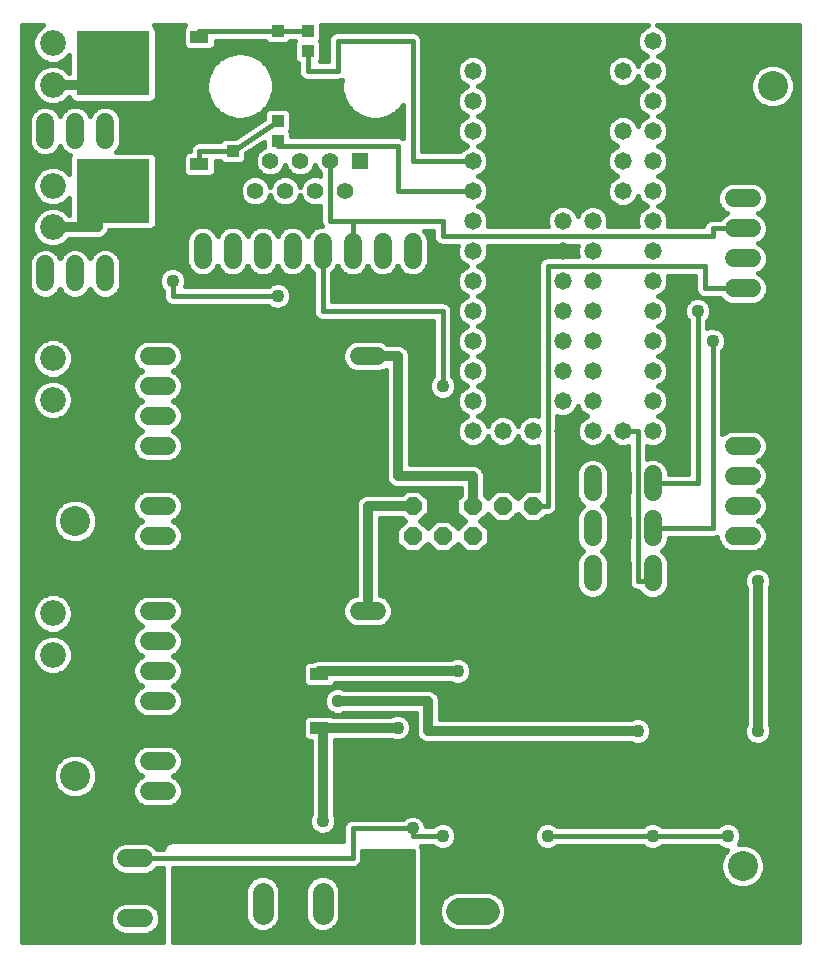
<source format=gbl>
G75*
%MOIN*%
%OFA0B0*%
%FSLAX24Y24*%
%IPPOS*%
%LPD*%
%AMOC8*
5,1,8,0,0,1.08239X$1,22.5*
%
%ADD10C,0.1000*%
%ADD11OC8,0.1000*%
%ADD12C,0.0885*%
%ADD13C,0.0600*%
%ADD14C,0.0580*%
%ADD15C,0.0705*%
%ADD16C,0.0860*%
%ADD17R,0.2441X0.2126*%
%ADD18R,0.0630X0.0394*%
%ADD19R,0.0433X0.0394*%
%ADD20OC8,0.0600*%
%ADD21C,0.0554*%
%ADD22R,0.0554X0.0554*%
%ADD23C,0.0436*%
%ADD24C,0.0320*%
%ADD25C,0.0160*%
%ADD26C,0.0396*%
D10*
X002430Y006180D03*
X002430Y014680D03*
X024680Y003180D03*
X025680Y029180D03*
D11*
X023680Y029180D03*
X002430Y016680D03*
X002430Y008180D03*
X024680Y001180D03*
D12*
X022123Y001680D02*
X021238Y001680D01*
X016123Y001680D02*
X015238Y001680D01*
D13*
X012480Y010680D02*
X011880Y010680D01*
X011880Y011680D02*
X012480Y011680D01*
X012480Y019180D02*
X011880Y019180D01*
X011880Y020180D02*
X012480Y020180D01*
X012680Y023380D02*
X012680Y023980D01*
X011680Y023980D02*
X011680Y023380D01*
X010680Y023380D02*
X010680Y023980D01*
X009680Y023980D02*
X009680Y023380D01*
X008680Y023380D02*
X008680Y023980D01*
X007680Y023980D02*
X007680Y023380D01*
X006680Y023380D02*
X006680Y023980D01*
X003430Y023230D02*
X003430Y022630D01*
X002430Y022630D02*
X002430Y023230D01*
X001430Y023230D02*
X001430Y022630D01*
X004880Y020180D02*
X005480Y020180D01*
X005480Y019180D02*
X004880Y019180D01*
X004880Y018180D02*
X005480Y018180D01*
X005480Y017180D02*
X004880Y017180D01*
X004880Y016180D02*
X005480Y016180D01*
X005480Y015180D02*
X004880Y015180D01*
X004880Y014180D02*
X005480Y014180D01*
X005480Y011680D02*
X004880Y011680D01*
X004880Y010680D02*
X005480Y010680D01*
X005480Y009680D02*
X004880Y009680D01*
X004880Y008680D02*
X005480Y008680D01*
X005480Y007680D02*
X004880Y007680D01*
X004880Y006680D02*
X005480Y006680D01*
X005480Y005680D02*
X004880Y005680D01*
X004730Y003430D02*
X004130Y003430D01*
X004130Y002430D02*
X004730Y002430D01*
X004730Y001430D02*
X004130Y001430D01*
X019680Y012630D02*
X019680Y013230D01*
X019680Y014130D02*
X019680Y014730D01*
X019680Y015630D02*
X019680Y016230D01*
X020680Y016230D02*
X020680Y015630D01*
X020680Y014730D02*
X020680Y014130D01*
X020680Y013230D02*
X020680Y012630D01*
X021680Y012630D02*
X021680Y013230D01*
X021680Y014130D02*
X021680Y014730D01*
X021680Y015630D02*
X021680Y016230D01*
X024380Y016180D02*
X024980Y016180D01*
X024980Y015180D02*
X024380Y015180D01*
X024380Y014180D02*
X024980Y014180D01*
X024980Y017180D02*
X024380Y017180D01*
X024380Y018180D02*
X024980Y018180D01*
X024980Y022430D02*
X024380Y022430D01*
X024380Y023430D02*
X024980Y023430D01*
X024980Y024430D02*
X024380Y024430D01*
X024380Y025430D02*
X024980Y025430D01*
X024980Y026430D02*
X024380Y026430D01*
X013680Y023980D02*
X013680Y023380D01*
X003430Y027380D02*
X003430Y027980D01*
X002430Y027980D02*
X002430Y027380D01*
X001430Y027380D02*
X001430Y027980D01*
D14*
X015680Y027680D03*
X015680Y026680D03*
X015680Y025680D03*
X015680Y024680D03*
X015680Y023680D03*
X015680Y022680D03*
X015680Y021680D03*
X015680Y020680D03*
X015680Y019680D03*
X015680Y018680D03*
X015680Y017680D03*
X016680Y017680D03*
X017680Y017680D03*
X018680Y017680D03*
X018680Y018680D03*
X018680Y019680D03*
X018680Y020680D03*
X018680Y021680D03*
X019680Y021680D03*
X019680Y020680D03*
X019680Y019680D03*
X019680Y018680D03*
X019680Y017680D03*
X020680Y017680D03*
X021680Y017680D03*
X021680Y018680D03*
X021680Y019680D03*
X021680Y020680D03*
X021680Y021680D03*
X021680Y022680D03*
X021680Y023680D03*
X021680Y024680D03*
X021680Y025680D03*
X021680Y026680D03*
X021680Y027680D03*
X021680Y028680D03*
X021680Y029680D03*
X021680Y030680D03*
X020680Y029680D03*
X020680Y027680D03*
X020680Y026680D03*
X020680Y025680D03*
X019680Y024680D03*
X019680Y023680D03*
X019680Y022680D03*
X018680Y022680D03*
X018680Y023680D03*
X018680Y024680D03*
X015680Y028680D03*
X015680Y029680D03*
X015680Y030680D03*
D15*
X012680Y002283D02*
X012680Y001578D01*
X010680Y001578D02*
X010680Y002283D01*
X008680Y002283D02*
X008680Y001578D01*
X006680Y001578D02*
X006680Y002283D01*
D16*
X001680Y010221D03*
X001680Y011599D03*
X001680Y018721D03*
X001680Y020099D03*
X001680Y024471D03*
X001680Y025849D03*
X001680Y029221D03*
X001680Y030599D03*
D17*
X003696Y029930D03*
X003696Y025680D03*
X007696Y008680D03*
D18*
X010570Y007782D03*
X010570Y009578D03*
X006570Y024782D03*
X006570Y026578D03*
X006570Y029032D03*
X006570Y030828D03*
D19*
X009180Y031015D03*
X009180Y030345D03*
X010180Y030345D03*
X010180Y031015D03*
X009180Y028015D03*
X009180Y027345D03*
X007680Y027015D03*
X007680Y026345D03*
D20*
X013680Y015180D03*
X013680Y014180D03*
X014680Y014180D03*
X014680Y015180D03*
X015680Y015180D03*
X015680Y014180D03*
X016680Y014180D03*
X016680Y015180D03*
X017680Y015180D03*
X017680Y014180D03*
D21*
X011430Y025680D03*
X010430Y025680D03*
X009930Y026680D03*
X010930Y026680D03*
X009430Y025680D03*
X008930Y026680D03*
X008430Y025680D03*
D22*
X011930Y026680D03*
D23*
X009180Y022180D03*
X005680Y022680D03*
X014680Y019180D03*
X015180Y009680D03*
X013180Y007790D03*
X011180Y008680D03*
X010680Y004680D03*
X013680Y004430D03*
X014680Y004180D03*
X018180Y004180D03*
X021180Y007680D03*
X021680Y004180D03*
X024180Y004180D03*
X025180Y007680D03*
X025180Y012680D03*
X023680Y020680D03*
X023180Y021680D03*
D24*
X025180Y012680D02*
X025180Y007680D01*
X021180Y007680D02*
X014180Y007680D01*
X014180Y008680D01*
X011180Y008680D01*
X010680Y007782D02*
X010680Y004680D01*
X010570Y007782D02*
X013180Y007782D01*
X015180Y009680D02*
X010570Y009680D01*
X012180Y011680D02*
X012180Y015180D01*
X013680Y015180D01*
X013180Y016180D02*
X013180Y020180D01*
X012180Y020180D01*
X013180Y016180D02*
X015680Y016180D01*
X015680Y015180D01*
X003696Y024971D02*
X003180Y024971D01*
X003180Y025180D01*
X003180Y024971D02*
X003180Y024471D01*
X001680Y024471D01*
X001680Y029221D02*
X003696Y029221D01*
X003696Y029180D01*
D25*
X000660Y031196D02*
X000660Y000660D01*
X005360Y000660D01*
X005360Y003110D01*
X005174Y003110D01*
X005036Y002972D01*
X004837Y002890D01*
X004023Y002890D01*
X003824Y002972D01*
X003672Y003124D01*
X003590Y003323D01*
X003590Y003537D01*
X003672Y003736D01*
X003824Y003888D01*
X004023Y003970D01*
X004837Y003970D01*
X005036Y003888D01*
X005174Y003750D01*
X005363Y003750D01*
X005409Y003861D01*
X005499Y003951D01*
X005616Y004000D01*
X011360Y004000D01*
X011360Y004494D01*
X011409Y004611D01*
X011499Y004701D01*
X011616Y004750D01*
X013353Y004750D01*
X013421Y004818D01*
X013589Y004888D01*
X013771Y004888D01*
X013939Y004818D01*
X014068Y004689D01*
X014138Y004521D01*
X014138Y004500D01*
X014353Y004500D01*
X014421Y004568D01*
X014589Y004638D01*
X014771Y004638D01*
X014939Y004568D01*
X015068Y004439D01*
X015138Y004271D01*
X015138Y004089D01*
X015068Y003921D01*
X014939Y003792D01*
X014771Y003722D01*
X014589Y003722D01*
X014421Y003792D01*
X014353Y003860D01*
X013952Y003860D01*
X014000Y003744D01*
X014000Y000660D01*
X026570Y000660D01*
X026570Y031196D01*
X021819Y031196D01*
X021980Y031129D01*
X022129Y030980D01*
X022210Y030785D01*
X022210Y030575D01*
X022129Y030380D01*
X021980Y030231D01*
X021858Y030180D01*
X021980Y030129D01*
X022129Y029980D01*
X022210Y029785D01*
X022210Y029575D01*
X022129Y029380D01*
X021980Y029231D01*
X021858Y029180D01*
X021980Y029129D01*
X022129Y028980D01*
X022210Y028785D01*
X022210Y028575D01*
X022129Y028380D01*
X021980Y028231D01*
X021858Y028180D01*
X021980Y028129D01*
X022129Y027980D01*
X022210Y027785D01*
X022210Y027575D01*
X022129Y027380D01*
X021980Y027231D01*
X021858Y027180D01*
X021980Y027129D01*
X022129Y026980D01*
X022210Y026785D01*
X022210Y026575D01*
X022129Y026380D01*
X021980Y026231D01*
X021858Y026180D01*
X021980Y026129D01*
X022129Y025980D01*
X022210Y025785D01*
X022210Y025575D01*
X022129Y025380D01*
X021980Y025231D01*
X021858Y025180D01*
X021980Y025129D01*
X022129Y024980D01*
X022210Y024785D01*
X022210Y024575D01*
X022179Y024500D01*
X023363Y024500D01*
X023409Y024611D01*
X023499Y024701D01*
X023616Y024750D01*
X023936Y024750D01*
X024074Y024888D01*
X024176Y024930D01*
X024074Y024972D01*
X023922Y025124D01*
X023840Y025323D01*
X023840Y025537D01*
X023922Y025736D01*
X024074Y025888D01*
X024273Y025970D01*
X025087Y025970D01*
X025286Y025888D01*
X025438Y025736D01*
X025520Y025537D01*
X025520Y025323D01*
X025438Y025124D01*
X025286Y024972D01*
X025184Y024930D01*
X025286Y024888D01*
X025438Y024736D01*
X025520Y024537D01*
X025520Y024323D01*
X025438Y024124D01*
X025286Y023972D01*
X025184Y023930D01*
X025286Y023888D01*
X025438Y023736D01*
X025520Y023537D01*
X025520Y023323D01*
X025438Y023124D01*
X025286Y022972D01*
X025184Y022930D01*
X025286Y022888D01*
X025438Y022736D01*
X025520Y022537D01*
X025520Y022323D01*
X025438Y022124D01*
X025286Y021972D01*
X025087Y021890D01*
X024273Y021890D01*
X024074Y021972D01*
X023936Y022110D01*
X023366Y022110D01*
X023249Y022159D01*
X023159Y022249D01*
X023110Y022366D01*
X023110Y022860D01*
X022179Y022860D01*
X022210Y022785D01*
X022210Y022575D01*
X022129Y022380D01*
X021980Y022231D01*
X021858Y022180D01*
X021980Y022129D01*
X022129Y021980D01*
X022210Y021785D01*
X022210Y021575D01*
X022129Y021380D01*
X021980Y021231D01*
X021858Y021180D01*
X021980Y021129D01*
X022129Y020980D01*
X022210Y020785D01*
X022860Y020785D01*
X022860Y020627D02*
X022210Y020627D01*
X022210Y020575D02*
X022210Y020785D01*
X022145Y020944D02*
X022860Y020944D01*
X022860Y021102D02*
X022007Y021102D01*
X022053Y021056D02*
X022053Y021304D01*
X022010Y021261D02*
X022860Y021261D01*
X022860Y021353D02*
X022860Y016250D01*
X022220Y016250D01*
X022220Y016337D01*
X022138Y016536D01*
X021986Y016688D01*
X021787Y016770D01*
X021573Y016770D01*
X021500Y016740D01*
X021500Y017181D01*
X021575Y017150D01*
X021785Y017150D01*
X021980Y017231D01*
X022129Y017380D01*
X022210Y017575D01*
X022210Y017785D01*
X022129Y017980D01*
X021980Y018129D01*
X021858Y018180D01*
X021980Y018231D01*
X022129Y018380D01*
X022210Y018575D01*
X022210Y018785D01*
X022129Y018980D01*
X021980Y019129D01*
X021858Y019180D01*
X021980Y019231D01*
X022129Y019380D01*
X022210Y019575D01*
X022210Y019785D01*
X022129Y019980D01*
X021980Y020129D01*
X021858Y020180D01*
X021980Y020231D01*
X022129Y020380D01*
X022210Y020575D01*
X022166Y020468D02*
X022860Y020468D01*
X022860Y020310D02*
X022059Y020310D01*
X022053Y020304D02*
X022053Y020056D01*
X022117Y019993D02*
X022860Y019993D01*
X022860Y020151D02*
X021928Y020151D01*
X021895Y020165D02*
X021895Y020195D01*
X022190Y019834D02*
X022860Y019834D01*
X022860Y019676D02*
X022210Y019676D01*
X022186Y019517D02*
X022860Y019517D01*
X022860Y019359D02*
X022108Y019359D01*
X022053Y019304D02*
X022053Y019056D01*
X022068Y019042D02*
X022860Y019042D01*
X022860Y019200D02*
X021906Y019200D01*
X021895Y019195D02*
X021895Y019165D01*
X022170Y018883D02*
X022860Y018883D01*
X022860Y018725D02*
X022210Y018725D01*
X022206Y018566D02*
X022860Y018566D01*
X022860Y018408D02*
X022141Y018408D01*
X022053Y018304D02*
X022053Y018056D01*
X022019Y018091D02*
X022860Y018091D01*
X022860Y018249D02*
X021999Y018249D01*
X021895Y018195D02*
X021895Y018165D01*
X022149Y017932D02*
X022860Y017932D01*
X022860Y017774D02*
X022210Y017774D01*
X022210Y017615D02*
X022860Y017615D01*
X022860Y017457D02*
X022161Y017457D01*
X022053Y017304D02*
X022053Y016621D01*
X022010Y016664D02*
X022860Y016664D01*
X022860Y016506D02*
X022150Y016506D01*
X022212Y016358D02*
X022212Y022860D01*
X022185Y022846D02*
X023110Y022846D01*
X023004Y022860D02*
X023004Y022103D01*
X022921Y022068D02*
X023089Y022138D01*
X023271Y022138D01*
X023439Y022068D01*
X023568Y021939D01*
X023638Y021771D01*
X023638Y021589D01*
X023568Y021421D01*
X023500Y021353D01*
X023500Y021101D01*
X023589Y021138D01*
X023771Y021138D01*
X023939Y021068D01*
X024068Y020939D01*
X024138Y020771D01*
X024138Y020589D01*
X024068Y020421D01*
X024000Y020353D01*
X024000Y017564D01*
X024074Y017638D01*
X024273Y017720D01*
X025087Y017720D01*
X025286Y017638D01*
X025438Y017486D01*
X025520Y017287D01*
X025520Y017073D01*
X025438Y016874D01*
X025286Y016722D01*
X025184Y016680D01*
X025286Y016638D01*
X025438Y016486D01*
X025520Y016287D01*
X025520Y016073D01*
X025438Y015874D01*
X025286Y015722D01*
X025184Y015680D01*
X025286Y015638D01*
X025438Y015486D01*
X025520Y015287D01*
X025520Y015073D01*
X025438Y014874D01*
X025286Y014722D01*
X025184Y014680D01*
X025286Y014638D01*
X025438Y014486D01*
X025520Y014287D01*
X025520Y014073D01*
X025438Y013874D01*
X025286Y013722D01*
X025087Y013640D01*
X024273Y013640D01*
X024074Y013722D01*
X023922Y013874D01*
X023840Y014073D01*
X023840Y014150D01*
X023744Y014110D01*
X022220Y014110D01*
X022220Y014023D01*
X022138Y013824D01*
X021994Y013680D01*
X022138Y013536D01*
X022220Y013337D01*
X022220Y012523D01*
X022138Y012324D01*
X021986Y012172D01*
X021787Y012090D01*
X021573Y012090D01*
X021374Y012172D01*
X021222Y012324D01*
X021207Y012360D01*
X021116Y012360D01*
X020999Y012409D01*
X020909Y012499D01*
X020860Y012616D01*
X020860Y017181D01*
X020785Y017150D01*
X020785Y008080D01*
X020627Y008080D02*
X020627Y017150D01*
X020575Y017150D02*
X020785Y017150D01*
X020860Y017140D02*
X018500Y017140D01*
X018500Y017298D02*
X019312Y017298D01*
X019359Y017252D02*
X019359Y016672D01*
X019350Y016664D02*
X018500Y016664D01*
X018500Y016506D02*
X019210Y016506D01*
X019200Y016482D02*
X019200Y017454D01*
X019199Y017457D02*
X018500Y017457D01*
X018500Y017615D02*
X019150Y017615D01*
X019150Y017575D02*
X019231Y017380D01*
X019380Y017231D01*
X019575Y017150D01*
X019785Y017150D01*
X019980Y017231D01*
X020129Y017380D01*
X020180Y017502D01*
X020231Y017380D01*
X020380Y017231D01*
X020575Y017150D01*
X020468Y017194D02*
X020468Y008080D01*
X020310Y008080D02*
X020310Y017301D01*
X020312Y017298D02*
X020048Y017298D01*
X019993Y017243D02*
X019993Y016681D01*
X019986Y016688D02*
X019787Y016770D01*
X019573Y016770D01*
X019374Y016688D01*
X019222Y016536D01*
X019140Y016337D01*
X019140Y015523D01*
X019222Y015324D01*
X019366Y015180D01*
X019222Y015036D01*
X019140Y014837D01*
X019140Y014023D01*
X019222Y013824D01*
X019366Y013680D01*
X019222Y013536D01*
X019140Y013337D01*
X019140Y012523D01*
X019222Y012324D01*
X019374Y012172D01*
X019573Y012090D01*
X019787Y012090D01*
X019986Y012172D01*
X020138Y012324D01*
X020220Y012523D01*
X020220Y013337D01*
X020138Y013536D01*
X019994Y013680D01*
X020138Y013824D01*
X020220Y014023D01*
X020220Y014837D01*
X020138Y015036D01*
X019994Y015180D01*
X020138Y015324D01*
X020220Y015523D01*
X020220Y016337D01*
X020138Y016536D01*
X019986Y016688D01*
X020010Y016664D02*
X020860Y016664D01*
X020860Y016506D02*
X020150Y016506D01*
X020151Y016504D02*
X020151Y017432D01*
X020161Y017457D02*
X020199Y017457D01*
X019834Y017170D02*
X019834Y016751D01*
X019676Y016770D02*
X019676Y017150D01*
X019517Y017174D02*
X019517Y016747D01*
X019144Y016347D02*
X018500Y016347D01*
X018500Y016189D02*
X019140Y016189D01*
X019140Y016030D02*
X018500Y016030D01*
X018500Y015872D02*
X019140Y015872D01*
X019140Y015713D02*
X018500Y015713D01*
X018500Y015555D02*
X019140Y015555D01*
X019192Y015396D02*
X018500Y015396D01*
X018500Y015238D02*
X019309Y015238D01*
X019359Y015188D02*
X019359Y015172D01*
X019265Y015079D02*
X018485Y015079D01*
X018500Y015116D02*
X018500Y018181D01*
X018575Y018150D01*
X018785Y018150D01*
X018980Y018231D01*
X019129Y018380D01*
X019180Y018502D01*
X019231Y018380D01*
X019380Y018231D01*
X019502Y018180D01*
X019380Y018129D01*
X019231Y017980D01*
X019150Y017785D01*
X019150Y017575D01*
X019150Y017774D02*
X018500Y017774D01*
X018500Y017932D02*
X019211Y017932D01*
X019200Y017906D02*
X019200Y018454D01*
X019219Y018408D02*
X019141Y018408D01*
X019042Y018292D02*
X019042Y008080D01*
X019200Y008080D02*
X019200Y012378D01*
X019197Y012385D02*
X012580Y012385D01*
X012580Y012543D02*
X019140Y012543D01*
X019140Y012702D02*
X012580Y012702D01*
X012580Y012860D02*
X019140Y012860D01*
X019140Y013019D02*
X012580Y013019D01*
X012580Y013177D02*
X019140Y013177D01*
X019140Y013336D02*
X012580Y013336D01*
X012580Y013494D02*
X019205Y013494D01*
X019200Y013482D02*
X019200Y013878D01*
X019235Y013811D02*
X016075Y013811D01*
X016030Y013766D02*
X016030Y008080D01*
X015872Y008080D02*
X015872Y013640D01*
X015904Y013640D02*
X016220Y013956D01*
X016220Y014404D01*
X015944Y014680D01*
X016180Y014916D01*
X016456Y014640D01*
X016904Y014640D01*
X017180Y014916D01*
X017456Y014640D01*
X017904Y014640D01*
X018124Y014860D01*
X018244Y014860D01*
X018361Y014909D01*
X018451Y014999D01*
X018500Y015116D01*
X018408Y014955D02*
X018408Y008080D01*
X018566Y008080D02*
X018566Y018154D01*
X018500Y018091D02*
X019341Y018091D01*
X019359Y018108D02*
X019359Y018252D01*
X019361Y018249D02*
X018999Y018249D01*
X018883Y018190D02*
X018883Y008080D01*
X018725Y008080D02*
X018725Y018150D01*
X017860Y018179D02*
X017785Y018210D01*
X017575Y018210D01*
X017380Y018129D01*
X017231Y017980D01*
X017180Y017858D01*
X017129Y017980D01*
X016980Y018129D01*
X016785Y018210D01*
X016575Y018210D01*
X016380Y018129D01*
X016231Y017980D01*
X016180Y017858D01*
X016129Y017980D01*
X015980Y018129D01*
X015858Y018180D01*
X015980Y018231D01*
X016129Y018380D01*
X016210Y018575D01*
X016210Y018785D01*
X016129Y018980D01*
X015980Y019129D01*
X015858Y019180D01*
X015980Y019231D01*
X016129Y019380D01*
X016210Y019575D01*
X016210Y019785D01*
X016129Y019980D01*
X015980Y020129D01*
X015858Y020180D01*
X015980Y020231D01*
X016129Y020380D01*
X016210Y020575D01*
X016210Y020785D01*
X017860Y020785D01*
X017860Y020627D02*
X016210Y020627D01*
X016189Y020523D02*
X016189Y019837D01*
X016190Y019834D02*
X017860Y019834D01*
X017860Y019676D02*
X016210Y019676D01*
X016189Y019523D02*
X016189Y018837D01*
X016170Y018883D02*
X017860Y018883D01*
X017860Y018725D02*
X016210Y018725D01*
X016206Y018566D02*
X017860Y018566D01*
X017860Y018408D02*
X016141Y018408D01*
X016189Y018523D02*
X016189Y017878D01*
X016211Y017932D02*
X016149Y017932D01*
X016030Y018080D02*
X016030Y018280D01*
X015999Y018249D02*
X017860Y018249D01*
X017860Y018179D02*
X017860Y023244D01*
X017909Y023361D01*
X017999Y023451D01*
X018116Y023500D01*
X019181Y023500D01*
X019150Y023575D01*
X019150Y023785D01*
X019181Y023860D01*
X016179Y023860D01*
X016210Y023785D01*
X016210Y023575D01*
X016129Y023380D01*
X015980Y023231D01*
X015858Y023180D01*
X015980Y023129D01*
X016129Y022980D01*
X016210Y022785D01*
X016210Y022575D01*
X016129Y022380D01*
X015980Y022231D01*
X015858Y022180D01*
X015980Y022129D01*
X016129Y021980D01*
X016210Y021785D01*
X016210Y021575D01*
X016129Y021380D01*
X015980Y021231D01*
X015858Y021180D01*
X015980Y021129D01*
X016129Y020980D01*
X016210Y020785D01*
X016189Y020837D02*
X016189Y021523D01*
X016210Y021578D02*
X017860Y021578D01*
X017860Y021736D02*
X016210Y021736D01*
X016189Y021837D02*
X016189Y022523D01*
X016191Y022529D02*
X017860Y022529D01*
X017860Y022687D02*
X016210Y022687D01*
X016189Y022837D02*
X016189Y023523D01*
X016171Y023480D02*
X018067Y023480D01*
X018091Y023489D02*
X018091Y023860D01*
X018249Y023860D02*
X018249Y023500D01*
X018408Y023500D02*
X018408Y023860D01*
X018566Y023860D02*
X018566Y023500D01*
X018725Y023500D02*
X018725Y023860D01*
X018883Y023860D02*
X018883Y023500D01*
X019042Y023500D02*
X019042Y023860D01*
X019155Y023797D02*
X016205Y023797D01*
X016189Y023837D02*
X016189Y023860D01*
X016347Y023860D02*
X016347Y018097D01*
X016341Y018091D02*
X016019Y018091D01*
X015872Y018174D02*
X015872Y018186D01*
X015502Y018180D02*
X015380Y018129D01*
X015231Y017980D01*
X015150Y017785D01*
X015150Y017575D01*
X015231Y017380D01*
X015380Y017231D01*
X015575Y017150D01*
X015785Y017150D01*
X015980Y017231D01*
X016129Y017380D01*
X016180Y017502D01*
X016231Y017380D01*
X016380Y017231D01*
X016575Y017150D01*
X016785Y017150D01*
X016980Y017231D01*
X017129Y017380D01*
X017180Y017502D01*
X017231Y017380D01*
X017380Y017231D01*
X017575Y017150D01*
X017785Y017150D01*
X017860Y017181D01*
X017860Y015720D01*
X017456Y015720D01*
X017180Y015444D01*
X016904Y015720D01*
X016456Y015720D01*
X016180Y015444D01*
X016080Y015544D01*
X016080Y016260D01*
X016019Y016407D01*
X015907Y016519D01*
X015760Y016580D01*
X013580Y016580D01*
X013580Y020260D01*
X013519Y020407D01*
X013407Y020519D01*
X013260Y020580D01*
X012844Y020580D01*
X012786Y020638D01*
X012587Y020720D01*
X011773Y020720D01*
X011574Y020638D01*
X011422Y020486D01*
X011340Y020287D01*
X011340Y020073D01*
X011422Y019874D01*
X011574Y019722D01*
X011773Y019640D01*
X012587Y019640D01*
X012780Y019720D01*
X012780Y016100D01*
X012841Y015953D01*
X012953Y015841D01*
X013100Y015780D01*
X015280Y015780D01*
X015280Y015544D01*
X015140Y015404D01*
X015140Y014956D01*
X015416Y014680D01*
X015180Y014444D01*
X014904Y014720D01*
X014456Y014720D01*
X014180Y014444D01*
X013944Y014680D01*
X014220Y014956D01*
X014220Y015404D01*
X013904Y015720D01*
X013456Y015720D01*
X013316Y015580D01*
X012100Y015580D01*
X011953Y015519D01*
X011841Y015407D01*
X011780Y015260D01*
X011780Y012220D01*
X011773Y012220D01*
X011574Y012138D01*
X011422Y011986D01*
X011340Y011787D01*
X011340Y011573D01*
X011422Y011374D01*
X011574Y011222D01*
X011773Y011140D01*
X012587Y011140D01*
X012786Y011222D01*
X012938Y011374D01*
X013020Y011573D01*
X013020Y011787D01*
X012938Y011986D01*
X012786Y012138D01*
X012587Y012220D01*
X012580Y012220D01*
X012580Y014780D01*
X013316Y014780D01*
X013416Y014680D01*
X013140Y014404D01*
X013140Y013956D01*
X013456Y013640D01*
X013904Y013640D01*
X014180Y013916D01*
X014456Y013640D01*
X014904Y013640D01*
X015180Y013916D01*
X015456Y013640D01*
X015904Y013640D01*
X015916Y013653D02*
X019339Y013653D01*
X019359Y013672D02*
X019359Y013688D01*
X019162Y013970D02*
X016220Y013970D01*
X016189Y013925D02*
X016189Y008080D01*
X016347Y008080D02*
X016347Y014749D01*
X016334Y014762D02*
X016026Y014762D01*
X016030Y014766D02*
X016030Y014594D01*
X016020Y014604D02*
X019140Y014604D01*
X019140Y014762D02*
X018026Y014762D01*
X018091Y014827D02*
X018091Y008080D01*
X018249Y008080D02*
X018249Y014862D01*
X018373Y014921D02*
X019174Y014921D01*
X019200Y014982D02*
X019200Y015378D01*
X020051Y015238D02*
X020860Y015238D01*
X020860Y015396D02*
X020168Y015396D01*
X020151Y015356D02*
X020151Y015004D01*
X020186Y014921D02*
X020860Y014921D01*
X020860Y015079D02*
X020095Y015079D01*
X020220Y014762D02*
X020860Y014762D01*
X020860Y014604D02*
X020220Y014604D01*
X020220Y014445D02*
X020860Y014445D01*
X020860Y014287D02*
X020220Y014287D01*
X020220Y014128D02*
X020860Y014128D01*
X020860Y013970D02*
X020198Y013970D01*
X020151Y013856D02*
X020151Y013504D01*
X020155Y013494D02*
X020860Y013494D01*
X020860Y013336D02*
X020220Y013336D01*
X020220Y013177D02*
X020860Y013177D01*
X020860Y013019D02*
X020220Y013019D01*
X020220Y012860D02*
X020860Y012860D01*
X020860Y012702D02*
X020220Y012702D01*
X020220Y012543D02*
X020890Y012543D01*
X020944Y012464D02*
X020944Y008080D01*
X020949Y008080D02*
X014580Y008080D01*
X014580Y008760D01*
X014519Y008907D01*
X014407Y009019D01*
X014260Y009080D01*
X011411Y009080D01*
X011271Y009138D01*
X011089Y009138D01*
X010921Y009068D01*
X010792Y008939D01*
X010722Y008771D01*
X010722Y008589D01*
X010792Y008421D01*
X010921Y008292D01*
X011089Y008222D01*
X011271Y008222D01*
X011411Y008280D01*
X013780Y008280D01*
X013780Y007600D01*
X013841Y007453D01*
X013953Y007341D01*
X014100Y007280D01*
X020949Y007280D01*
X021089Y007222D01*
X021271Y007222D01*
X021439Y007292D01*
X021568Y007421D01*
X021638Y007589D01*
X021638Y007771D01*
X021568Y007939D01*
X021439Y008068D01*
X021271Y008138D01*
X021089Y008138D01*
X020949Y008080D01*
X021010Y008105D02*
X014580Y008105D01*
X014604Y008080D02*
X014604Y009280D01*
X014762Y009280D02*
X014762Y008080D01*
X014921Y008080D02*
X014921Y009280D01*
X014949Y009280D02*
X015089Y009222D01*
X015271Y009222D01*
X015439Y009292D01*
X015568Y009421D01*
X015638Y009589D01*
X015638Y009771D01*
X015568Y009939D01*
X015439Y010068D01*
X015271Y010138D01*
X015089Y010138D01*
X014949Y010080D01*
X010490Y010080D01*
X010343Y010019D01*
X010339Y010014D01*
X010207Y010014D01*
X010119Y009978D01*
X010051Y009910D01*
X010015Y009822D01*
X010015Y009333D01*
X010051Y009245D01*
X010119Y009177D01*
X010207Y009141D01*
X010932Y009141D01*
X011021Y009177D01*
X011088Y009245D01*
X011103Y009280D01*
X014949Y009280D01*
X015079Y009226D02*
X015079Y008080D01*
X015238Y008080D02*
X015238Y009222D01*
X015396Y009274D02*
X015396Y008080D01*
X015555Y008080D02*
X015555Y009407D01*
X015520Y009373D02*
X024780Y009373D01*
X024780Y009215D02*
X011058Y009215D01*
X011117Y009280D02*
X011117Y009138D01*
X011275Y009136D02*
X011275Y009280D01*
X011434Y009280D02*
X011434Y009080D01*
X011592Y009080D02*
X011592Y009280D01*
X011751Y009280D02*
X011751Y009080D01*
X011909Y009080D02*
X011909Y009280D01*
X012068Y009280D02*
X012068Y009080D01*
X012226Y009080D02*
X012226Y009280D01*
X012385Y009280D02*
X012385Y009080D01*
X012543Y009080D02*
X012543Y009280D01*
X012702Y009280D02*
X012702Y009080D01*
X012860Y009080D02*
X012860Y009280D01*
X013019Y009280D02*
X013019Y009080D01*
X013177Y009080D02*
X013177Y009280D01*
X013336Y009280D02*
X013336Y009080D01*
X013494Y009080D02*
X013494Y009280D01*
X013653Y009280D02*
X013653Y009080D01*
X013811Y009080D02*
X013811Y009280D01*
X013970Y009280D02*
X013970Y009080D01*
X014128Y009080D02*
X014128Y009280D01*
X014287Y009280D02*
X014287Y009069D01*
X014317Y009056D02*
X024780Y009056D01*
X024780Y008898D02*
X014523Y008898D01*
X014445Y008981D02*
X014445Y009280D01*
X014580Y008739D02*
X024780Y008739D01*
X024780Y008581D02*
X014580Y008581D01*
X014580Y008422D02*
X024780Y008422D01*
X024780Y008264D02*
X014580Y008264D01*
X013780Y008264D02*
X011371Y008264D01*
X011434Y008280D02*
X011434Y008182D01*
X011592Y008182D02*
X011592Y008280D01*
X011751Y008280D02*
X011751Y008182D01*
X011909Y008182D02*
X011909Y008280D01*
X012068Y008280D02*
X012068Y008182D01*
X012226Y008182D02*
X012226Y008280D01*
X012385Y008280D02*
X012385Y008182D01*
X012543Y008182D02*
X012543Y008280D01*
X012702Y008280D02*
X012702Y008182D01*
X012860Y008182D02*
X012860Y008280D01*
X012930Y008182D02*
X011021Y008182D01*
X011021Y008183D01*
X010932Y008219D01*
X010207Y008219D01*
X010119Y008183D01*
X010051Y008115D01*
X010015Y008027D01*
X010015Y007538D01*
X010051Y007450D01*
X010119Y007382D01*
X010207Y007346D01*
X010280Y007346D01*
X010280Y004911D01*
X010222Y004771D01*
X010222Y004589D01*
X010292Y004421D01*
X010421Y004292D01*
X010589Y004222D01*
X010771Y004222D01*
X010939Y004292D01*
X011068Y004421D01*
X011138Y004589D01*
X011138Y004771D01*
X011080Y004911D01*
X011080Y007382D01*
X012968Y007382D01*
X013089Y007332D01*
X013271Y007332D01*
X013439Y007402D01*
X013568Y007531D01*
X013638Y007699D01*
X013638Y007881D01*
X013568Y008050D01*
X013439Y008178D01*
X013271Y008248D01*
X013089Y008248D01*
X012930Y008182D01*
X013019Y008219D02*
X013019Y008280D01*
X013177Y008280D02*
X013177Y008248D01*
X013336Y008221D02*
X013336Y008280D01*
X013494Y008280D02*
X013494Y008124D01*
X013513Y008105D02*
X013780Y008105D01*
X013780Y007947D02*
X013611Y007947D01*
X013638Y007788D02*
X013780Y007788D01*
X013780Y007630D02*
X013609Y007630D01*
X013508Y007471D02*
X013834Y007471D01*
X013811Y007526D02*
X013811Y004871D01*
X013653Y004888D02*
X013653Y008280D01*
X013180Y007790D02*
X013180Y007782D01*
X013494Y007457D02*
X013494Y004848D01*
X013379Y004777D02*
X011136Y004777D01*
X011117Y004822D02*
X011117Y007382D01*
X011080Y007313D02*
X014022Y007313D01*
X013970Y007334D02*
X013970Y004788D01*
X013981Y004777D02*
X026570Y004777D01*
X026570Y004935D02*
X011080Y004935D01*
X011080Y005094D02*
X026570Y005094D01*
X026570Y005252D02*
X011080Y005252D01*
X011080Y005411D02*
X026570Y005411D01*
X026570Y005569D02*
X011080Y005569D01*
X011080Y005728D02*
X026570Y005728D01*
X026570Y005886D02*
X011080Y005886D01*
X011080Y006045D02*
X026570Y006045D01*
X026570Y006203D02*
X011080Y006203D01*
X011080Y006362D02*
X026570Y006362D01*
X026570Y006520D02*
X011080Y006520D01*
X011080Y006679D02*
X026570Y006679D01*
X026570Y006837D02*
X011080Y006837D01*
X011080Y006996D02*
X026570Y006996D01*
X026570Y007154D02*
X011080Y007154D01*
X011275Y007382D02*
X011275Y004000D01*
X011117Y004000D02*
X011117Y004538D01*
X011138Y004618D02*
X011415Y004618D01*
X011434Y004636D02*
X011434Y007382D01*
X011592Y007382D02*
X011592Y004740D01*
X011751Y004750D02*
X011751Y007382D01*
X011909Y007382D02*
X011909Y004750D01*
X012068Y004750D02*
X012068Y007382D01*
X012226Y007382D02*
X012226Y004750D01*
X012385Y004750D02*
X012385Y007382D01*
X012543Y007382D02*
X012543Y004750D01*
X012702Y004750D02*
X012702Y007382D01*
X012860Y007382D02*
X012860Y004750D01*
X013019Y004750D02*
X013019Y007362D01*
X013177Y007332D02*
X013177Y004750D01*
X013336Y004750D02*
X013336Y007359D01*
X014128Y007280D02*
X014128Y004545D01*
X014098Y004618D02*
X014541Y004618D01*
X014604Y004638D02*
X014604Y007280D01*
X014762Y007280D02*
X014762Y004638D01*
X014819Y004618D02*
X018041Y004618D01*
X018089Y004638D02*
X017921Y004568D01*
X017792Y004439D01*
X017722Y004271D01*
X017722Y004089D01*
X017792Y003921D01*
X017921Y003792D01*
X018089Y003722D01*
X018271Y003722D01*
X018439Y003792D01*
X018507Y003860D01*
X021353Y003860D01*
X021421Y003792D01*
X021589Y003722D01*
X021771Y003722D01*
X021939Y003792D01*
X022007Y003860D01*
X023853Y003860D01*
X023921Y003792D01*
X024089Y003722D01*
X024176Y003722D01*
X024053Y003599D01*
X023940Y003327D01*
X023940Y003033D01*
X014000Y003033D01*
X014000Y002875D02*
X024006Y002875D01*
X024053Y002761D02*
X024261Y002553D01*
X024533Y002440D01*
X024827Y002440D01*
X025099Y002553D01*
X025307Y002761D01*
X025420Y003033D01*
X026570Y003033D01*
X026570Y002875D02*
X025354Y002875D01*
X025382Y002940D02*
X025382Y000660D01*
X025540Y000660D02*
X025540Y007393D01*
X025568Y007421D02*
X025638Y007589D01*
X025638Y007771D01*
X025580Y007911D01*
X025580Y012449D01*
X025638Y012589D01*
X025638Y012771D01*
X025568Y012939D01*
X025439Y013068D01*
X025271Y013138D01*
X025089Y013138D01*
X024921Y013068D01*
X024792Y012939D01*
X024722Y012771D01*
X024722Y012589D01*
X024780Y012449D01*
X024780Y007911D01*
X024722Y007771D01*
X024722Y007589D01*
X024792Y007421D01*
X024921Y007292D01*
X025089Y007222D01*
X025271Y007222D01*
X025439Y007292D01*
X025568Y007421D01*
X025589Y007471D02*
X026570Y007471D01*
X026570Y007313D02*
X025460Y007313D01*
X025382Y007268D02*
X025382Y003420D01*
X025411Y003350D02*
X026570Y003350D01*
X026570Y003192D02*
X025420Y003192D01*
X025420Y003327D02*
X025420Y003033D01*
X025420Y003327D02*
X025307Y003599D01*
X025099Y003807D01*
X024827Y003920D01*
X024567Y003920D01*
X024568Y003921D01*
X024638Y004089D01*
X024638Y004271D01*
X024568Y004439D01*
X024439Y004568D01*
X024271Y004638D01*
X024089Y004638D01*
X023921Y004568D01*
X023853Y004500D01*
X022007Y004500D01*
X021939Y004568D01*
X021771Y004638D01*
X021589Y004638D01*
X021421Y004568D01*
X021353Y004500D01*
X018507Y004500D01*
X018439Y004568D01*
X018271Y004638D01*
X018089Y004638D01*
X018091Y004638D02*
X018091Y007280D01*
X018249Y007280D02*
X018249Y004638D01*
X018319Y004618D02*
X021541Y004618D01*
X021578Y004633D02*
X021578Y007443D01*
X021589Y007471D02*
X024771Y007471D01*
X024748Y007528D02*
X024748Y003920D01*
X024589Y003920D02*
X024589Y003971D01*
X024594Y003984D02*
X026570Y003984D01*
X026570Y003826D02*
X025055Y003826D01*
X025065Y003822D02*
X025065Y007232D01*
X025223Y007222D02*
X025223Y003683D01*
X025240Y003667D02*
X026570Y003667D01*
X026570Y003509D02*
X025345Y003509D01*
X024906Y003887D02*
X024906Y007307D01*
X024900Y007313D02*
X021460Y007313D01*
X021419Y007283D02*
X021419Y004566D01*
X021261Y004500D02*
X021261Y007222D01*
X021102Y007222D02*
X021102Y004500D01*
X020944Y004500D02*
X020944Y007280D01*
X020785Y007280D02*
X020785Y004500D01*
X020627Y004500D02*
X020627Y007280D01*
X020468Y007280D02*
X020468Y004500D01*
X020310Y004500D02*
X020310Y007280D01*
X020151Y007280D02*
X020151Y004500D01*
X019993Y004500D02*
X019993Y007280D01*
X019834Y007280D02*
X019834Y004500D01*
X019676Y004500D02*
X019676Y007280D01*
X019517Y007280D02*
X019517Y004500D01*
X019359Y004500D02*
X019359Y007280D01*
X019200Y007280D02*
X019200Y004500D01*
X019042Y004500D02*
X019042Y007280D01*
X018883Y007280D02*
X018883Y004500D01*
X018725Y004500D02*
X018725Y007280D01*
X018566Y007280D02*
X018566Y004500D01*
X018408Y004581D02*
X018408Y007280D01*
X017932Y007280D02*
X017932Y004573D01*
X017812Y004460D02*
X015048Y004460D01*
X015079Y004413D02*
X015079Y007280D01*
X014921Y007280D02*
X014921Y004576D01*
X015125Y004301D02*
X017735Y004301D01*
X017774Y004395D02*
X017774Y007280D01*
X017615Y007280D02*
X017615Y000660D01*
X017457Y000660D02*
X017457Y007280D01*
X017298Y007280D02*
X017298Y000660D01*
X017140Y000660D02*
X017140Y007280D01*
X016981Y007280D02*
X016981Y000660D01*
X016823Y000660D02*
X016823Y007280D01*
X016664Y007280D02*
X016664Y002104D01*
X016686Y002082D02*
X026570Y002082D01*
X026570Y001924D02*
X016760Y001924D01*
X016805Y001816D02*
X016701Y002067D01*
X016509Y002259D01*
X016258Y002362D01*
X015102Y002362D01*
X014851Y002259D01*
X014659Y002067D01*
X014555Y001816D01*
X014555Y001544D01*
X014659Y001293D01*
X014851Y001101D01*
X015102Y000998D01*
X016258Y000998D01*
X016509Y001101D01*
X016701Y001293D01*
X016805Y001544D01*
X016805Y001816D01*
X016805Y001765D02*
X026570Y001765D01*
X026570Y001607D02*
X016805Y001607D01*
X016765Y001448D02*
X026570Y001448D01*
X026570Y001290D02*
X016697Y001290D01*
X016664Y001256D02*
X016664Y000660D01*
X016506Y000660D02*
X016506Y001100D01*
X016539Y001131D02*
X026570Y001131D01*
X026570Y000973D02*
X014000Y000973D01*
X014000Y001131D02*
X014821Y001131D01*
X014762Y001190D02*
X014762Y000660D01*
X014604Y000660D02*
X014604Y001427D01*
X014595Y001448D02*
X014000Y001448D01*
X014000Y001290D02*
X014663Y001290D01*
X014555Y001607D02*
X014000Y001607D01*
X014000Y001765D02*
X014555Y001765D01*
X014600Y001924D02*
X014000Y001924D01*
X014000Y002082D02*
X014674Y002082D01*
X014762Y002170D02*
X014762Y003722D01*
X014604Y003722D02*
X014604Y001933D01*
X014833Y002241D02*
X014000Y002241D01*
X014000Y002399D02*
X026570Y002399D01*
X026570Y002241D02*
X016527Y002241D01*
X016506Y002260D02*
X016506Y007280D01*
X016347Y007280D02*
X016347Y002326D01*
X016189Y002362D02*
X016189Y007280D01*
X016030Y007280D02*
X016030Y002362D01*
X015872Y002362D02*
X015872Y007280D01*
X015713Y007280D02*
X015713Y002362D01*
X015555Y002362D02*
X015555Y007280D01*
X015396Y007280D02*
X015396Y002362D01*
X015238Y002362D02*
X015238Y007280D01*
X015713Y008080D02*
X015713Y013640D01*
X015555Y013640D02*
X015555Y009953D01*
X015500Y010007D02*
X024780Y010007D01*
X024780Y009849D02*
X015606Y009849D01*
X015638Y009690D02*
X024780Y009690D01*
X024780Y009532D02*
X015614Y009532D01*
X015396Y010086D02*
X015396Y013700D01*
X015444Y013653D02*
X014916Y013653D01*
X014921Y013657D02*
X014921Y010080D01*
X014762Y010080D02*
X014762Y013640D01*
X014604Y013640D02*
X014604Y010080D01*
X014445Y010080D02*
X014445Y013651D01*
X014444Y013653D02*
X013916Y013653D01*
X013970Y013706D02*
X013970Y010080D01*
X014128Y010080D02*
X014128Y013864D01*
X014075Y013811D02*
X014285Y013811D01*
X014287Y013810D02*
X014287Y010080D01*
X013811Y010080D02*
X013811Y013640D01*
X013653Y013640D02*
X013653Y010080D01*
X013494Y010080D02*
X013494Y013640D01*
X013444Y013653D02*
X012580Y013653D01*
X012580Y013811D02*
X013285Y013811D01*
X013336Y013761D02*
X013336Y010080D01*
X013177Y010080D02*
X013177Y013919D01*
X013140Y013970D02*
X012580Y013970D01*
X012580Y014128D02*
X013140Y014128D01*
X013140Y014287D02*
X012580Y014287D01*
X012580Y014445D02*
X013181Y014445D01*
X013177Y014441D02*
X013177Y014780D01*
X013334Y014762D02*
X012580Y014762D01*
X012702Y014780D02*
X012702Y012173D01*
X012580Y012226D02*
X019320Y012226D01*
X019359Y012188D02*
X019359Y008080D01*
X019517Y008080D02*
X019517Y012113D01*
X019676Y012090D02*
X019676Y008080D01*
X019834Y008080D02*
X019834Y012109D01*
X019993Y012179D02*
X019993Y008080D01*
X020151Y008080D02*
X020151Y012356D01*
X020163Y012385D02*
X021057Y012385D01*
X021102Y012366D02*
X021102Y008138D01*
X021261Y008138D02*
X021261Y012286D01*
X021320Y012226D02*
X020040Y012226D01*
X021180Y012680D02*
X021680Y012680D01*
X021680Y012930D01*
X022220Y012860D02*
X024759Y012860D01*
X024748Y012832D02*
X024748Y013640D01*
X024906Y013640D02*
X024906Y013053D01*
X024871Y013019D02*
X022220Y013019D01*
X022220Y013177D02*
X026570Y013177D01*
X026570Y013019D02*
X025489Y013019D01*
X025540Y012967D02*
X025540Y028440D01*
X025533Y028440D02*
X025827Y028440D01*
X026099Y028553D01*
X026307Y028761D01*
X026420Y029033D01*
X026420Y029327D01*
X026307Y029599D01*
X026099Y029807D01*
X025827Y029920D01*
X025533Y029920D01*
X025261Y029807D01*
X025053Y029599D01*
X024940Y029327D01*
X024940Y029033D01*
X025053Y028761D01*
X025261Y028553D01*
X025533Y028440D01*
X025382Y028503D02*
X025382Y025792D01*
X025317Y025857D02*
X026570Y025857D01*
X026570Y025699D02*
X025453Y025699D01*
X025519Y025540D02*
X026570Y025540D01*
X026570Y025382D02*
X025520Y025382D01*
X025479Y025223D02*
X026570Y025223D01*
X026570Y025065D02*
X025378Y025065D01*
X025382Y025068D02*
X025382Y024792D01*
X025426Y024748D02*
X026570Y024748D01*
X026570Y024906D02*
X025242Y024906D01*
X025223Y024914D02*
X025223Y024946D01*
X025499Y024589D02*
X026570Y024589D01*
X026570Y024431D02*
X025520Y024431D01*
X025499Y024272D02*
X026570Y024272D01*
X026570Y024114D02*
X025427Y024114D01*
X025382Y024068D02*
X025382Y023792D01*
X025377Y023797D02*
X026570Y023797D01*
X026570Y023955D02*
X025244Y023955D01*
X025223Y023946D02*
X025223Y023914D01*
X025478Y023638D02*
X026570Y023638D01*
X026570Y023480D02*
X025520Y023480D01*
X025519Y023321D02*
X026570Y023321D01*
X026570Y023163D02*
X025454Y023163D01*
X025382Y023068D02*
X025382Y022792D01*
X025328Y022846D02*
X026570Y022846D01*
X026570Y023004D02*
X025318Y023004D01*
X025223Y022946D02*
X025223Y022914D01*
X025458Y022687D02*
X026570Y022687D01*
X026570Y022529D02*
X025520Y022529D01*
X025520Y022370D02*
X026570Y022370D01*
X026570Y022212D02*
X025474Y022212D01*
X025382Y022068D02*
X025382Y017542D01*
X025309Y017615D02*
X026570Y017615D01*
X026570Y017457D02*
X025450Y017457D01*
X025516Y017298D02*
X026570Y017298D01*
X026570Y017140D02*
X025520Y017140D01*
X025482Y016981D02*
X026570Y016981D01*
X026570Y016823D02*
X025386Y016823D01*
X025382Y016818D02*
X025382Y016542D01*
X025418Y016506D02*
X026570Y016506D01*
X026570Y016664D02*
X025223Y016664D01*
X025223Y016696D01*
X025495Y016347D02*
X026570Y016347D01*
X026570Y016189D02*
X025520Y016189D01*
X025502Y016030D02*
X026570Y016030D01*
X026570Y015872D02*
X025435Y015872D01*
X025382Y015818D02*
X025382Y015542D01*
X025369Y015555D02*
X026570Y015555D01*
X026570Y015713D02*
X025264Y015713D01*
X025223Y015696D02*
X025223Y015664D01*
X025475Y015396D02*
X026570Y015396D01*
X026570Y015238D02*
X025520Y015238D01*
X025520Y015079D02*
X026570Y015079D01*
X026570Y014921D02*
X025457Y014921D01*
X025382Y014818D02*
X025382Y014542D01*
X025320Y014604D02*
X026570Y014604D01*
X026570Y014762D02*
X025326Y014762D01*
X025223Y014696D02*
X025223Y014664D01*
X025455Y014445D02*
X026570Y014445D01*
X026570Y014287D02*
X025520Y014287D01*
X025520Y014128D02*
X026570Y014128D01*
X026570Y013970D02*
X025477Y013970D01*
X025382Y013818D02*
X025382Y013092D01*
X025223Y013138D02*
X025223Y013696D01*
X025118Y013653D02*
X026570Y013653D01*
X026570Y013811D02*
X025375Y013811D01*
X025065Y013640D02*
X025065Y013128D01*
X024722Y012702D02*
X022220Y012702D01*
X022220Y012543D02*
X024741Y012543D01*
X024748Y012528D02*
X024748Y007832D01*
X024729Y007788D02*
X021631Y007788D01*
X021578Y007917D02*
X021578Y012090D01*
X021736Y012090D02*
X021736Y004638D01*
X021819Y004618D02*
X024041Y004618D01*
X024114Y004638D02*
X024114Y013706D01*
X024242Y013653D02*
X022021Y013653D01*
X022053Y013621D02*
X022053Y013739D01*
X022125Y013811D02*
X023985Y013811D01*
X023955Y013841D02*
X023955Y004582D01*
X023797Y004500D02*
X023797Y014132D01*
X023787Y014128D02*
X023840Y014128D01*
X023883Y013970D02*
X022198Y013970D01*
X022212Y014002D02*
X022212Y013358D01*
X022220Y013336D02*
X026570Y013336D01*
X026570Y013494D02*
X022155Y013494D01*
X022370Y014110D02*
X022370Y004500D01*
X022212Y004500D02*
X022212Y012502D01*
X022163Y012385D02*
X024780Y012385D01*
X024780Y012226D02*
X022040Y012226D01*
X022053Y012239D02*
X022053Y004500D01*
X021895Y004587D02*
X021895Y012134D01*
X021419Y012154D02*
X021419Y008077D01*
X021350Y008105D02*
X024780Y008105D01*
X024780Y007947D02*
X021561Y007947D01*
X021638Y007630D02*
X024722Y007630D01*
X025580Y007947D02*
X026570Y007947D01*
X026570Y008105D02*
X025580Y008105D01*
X025580Y008264D02*
X026570Y008264D01*
X026570Y008422D02*
X025580Y008422D01*
X025580Y008581D02*
X026570Y008581D01*
X026570Y008739D02*
X025580Y008739D01*
X025580Y008898D02*
X026570Y008898D01*
X026570Y009056D02*
X025580Y009056D01*
X025580Y009215D02*
X026570Y009215D01*
X026570Y009373D02*
X025580Y009373D01*
X025580Y009532D02*
X026570Y009532D01*
X026570Y009690D02*
X025580Y009690D01*
X025580Y009849D02*
X026570Y009849D01*
X026570Y010007D02*
X025580Y010007D01*
X025580Y010166D02*
X026570Y010166D01*
X026570Y010324D02*
X025580Y010324D01*
X025580Y010483D02*
X026570Y010483D01*
X026570Y010641D02*
X025580Y010641D01*
X025580Y010800D02*
X026570Y010800D01*
X026570Y010958D02*
X025580Y010958D01*
X025580Y011117D02*
X026570Y011117D01*
X026570Y011275D02*
X025580Y011275D01*
X025580Y011434D02*
X026570Y011434D01*
X026570Y011592D02*
X025580Y011592D01*
X025580Y011751D02*
X026570Y011751D01*
X026570Y011909D02*
X025580Y011909D01*
X025580Y012068D02*
X026570Y012068D01*
X026570Y012226D02*
X025580Y012226D01*
X025580Y012385D02*
X026570Y012385D01*
X026570Y012543D02*
X025619Y012543D01*
X025638Y012702D02*
X026570Y012702D01*
X026570Y012860D02*
X025601Y012860D01*
X024780Y012068D02*
X012856Y012068D01*
X012860Y012064D02*
X012860Y014780D01*
X013019Y014780D02*
X013019Y011791D01*
X013020Y011751D02*
X024780Y011751D01*
X024780Y011909D02*
X012970Y011909D01*
X013020Y011592D02*
X024780Y011592D01*
X024780Y011434D02*
X012962Y011434D01*
X013019Y011569D02*
X013019Y010080D01*
X012860Y010080D02*
X012860Y011296D01*
X012839Y011275D02*
X024780Y011275D01*
X024780Y011117D02*
X005807Y011117D01*
X005786Y011138D02*
X005684Y011180D01*
X005786Y011222D01*
X005938Y011374D01*
X006020Y011573D01*
X006020Y011787D01*
X005938Y011986D01*
X005786Y012138D01*
X005587Y012220D01*
X004773Y012220D01*
X004574Y012138D01*
X004422Y011986D01*
X004340Y011787D01*
X004340Y011573D01*
X004422Y011374D01*
X004574Y011222D01*
X004676Y011180D01*
X004574Y011138D01*
X004422Y010986D01*
X004340Y010787D01*
X004340Y010573D01*
X004422Y010374D01*
X004574Y010222D01*
X004676Y010180D01*
X004574Y010138D01*
X004422Y009986D01*
X004340Y009787D01*
X004340Y009573D01*
X004422Y009374D01*
X004574Y009222D01*
X004676Y009180D01*
X004574Y009138D01*
X004422Y008986D01*
X004340Y008787D01*
X004340Y008573D01*
X004422Y008374D01*
X004574Y008222D01*
X004773Y008140D01*
X005587Y008140D01*
X005786Y008222D01*
X005938Y008374D01*
X006020Y008573D01*
X006020Y008787D01*
X005938Y008986D01*
X005786Y009138D01*
X005684Y009180D01*
X005786Y009222D01*
X005938Y009374D01*
X006020Y009573D01*
X006020Y009787D01*
X005938Y009986D01*
X005786Y010138D01*
X005684Y010180D01*
X005786Y010222D01*
X005938Y010374D01*
X006020Y010573D01*
X006020Y010787D01*
X005938Y010986D01*
X005786Y011138D01*
X005728Y011162D02*
X005728Y011198D01*
X005839Y011275D02*
X011521Y011275D01*
X011592Y011215D02*
X011592Y010080D01*
X011434Y010080D02*
X011434Y011363D01*
X011398Y011434D02*
X005962Y011434D01*
X005886Y011322D02*
X005886Y011038D01*
X005949Y010958D02*
X024780Y010958D01*
X024780Y010800D02*
X006015Y010800D01*
X006020Y010641D02*
X024780Y010641D01*
X024780Y010483D02*
X005983Y010483D01*
X005888Y010324D02*
X024780Y010324D01*
X024780Y010166D02*
X005719Y010166D01*
X005728Y010162D02*
X005728Y010198D01*
X005886Y010322D02*
X005886Y010038D01*
X005917Y010007D02*
X010189Y010007D01*
X010166Y009997D02*
X010166Y023141D01*
X010174Y023163D02*
X010186Y023163D01*
X010180Y023176D02*
X010222Y023074D01*
X010360Y022936D01*
X010360Y021616D01*
X010409Y021499D01*
X010499Y021409D01*
X010616Y021360D01*
X014360Y021360D01*
X014360Y019507D01*
X014292Y019439D01*
X014222Y019271D01*
X014222Y019089D01*
X014292Y018921D01*
X014421Y018792D01*
X014589Y018722D01*
X014771Y018722D01*
X014939Y018792D01*
X015068Y018921D01*
X015138Y019089D01*
X015138Y019271D01*
X015068Y019439D01*
X015000Y019507D01*
X015000Y021744D01*
X014951Y021861D01*
X014861Y021951D01*
X014744Y022000D01*
X011000Y022000D01*
X011000Y022936D01*
X011138Y023074D01*
X011180Y023176D01*
X011222Y023074D01*
X011374Y022922D01*
X011573Y022840D01*
X011787Y022840D01*
X011986Y022922D01*
X012138Y023074D01*
X012180Y023176D01*
X012222Y023074D01*
X012374Y022922D01*
X012573Y022840D01*
X012787Y022840D01*
X012986Y022922D01*
X013138Y023074D01*
X013180Y023176D01*
X013222Y023074D01*
X013374Y022922D01*
X013573Y022840D01*
X013787Y022840D01*
X013986Y022922D01*
X014138Y023074D01*
X014220Y023273D01*
X014220Y024087D01*
X014138Y024286D01*
X014064Y024360D01*
X014360Y024360D01*
X014360Y024116D01*
X014409Y023999D01*
X014499Y023909D01*
X014616Y023860D01*
X015181Y023860D01*
X015150Y023785D01*
X015150Y023575D01*
X015231Y023380D01*
X015380Y023231D01*
X015502Y023180D01*
X015380Y023129D01*
X015231Y022980D01*
X015150Y022785D01*
X015150Y022575D01*
X015231Y022380D01*
X015380Y022231D01*
X015502Y022180D01*
X015380Y022129D01*
X015231Y021980D01*
X015150Y021785D01*
X015150Y021575D01*
X015231Y021380D01*
X015380Y021231D01*
X015502Y021180D01*
X015380Y021129D01*
X015231Y020980D01*
X015150Y020785D01*
X015000Y020785D01*
X015150Y020785D02*
X015150Y020575D01*
X015231Y020380D01*
X015380Y020231D01*
X015502Y020180D01*
X015380Y020129D01*
X015231Y019980D01*
X015150Y019785D01*
X015150Y019575D01*
X015231Y019380D01*
X015380Y019231D01*
X015502Y019180D01*
X015380Y019129D01*
X015231Y018980D01*
X015150Y018785D01*
X015150Y018575D01*
X015231Y018380D01*
X015380Y018231D01*
X015502Y018180D01*
X015396Y018136D02*
X015396Y018224D01*
X015361Y018249D02*
X013580Y018249D01*
X013580Y018091D02*
X015341Y018091D01*
X015238Y017987D02*
X015238Y018373D01*
X015219Y018408D02*
X013580Y018408D01*
X013580Y018566D02*
X015154Y018566D01*
X015150Y018725D02*
X014777Y018725D01*
X014762Y018722D02*
X014762Y016580D01*
X014604Y016580D02*
X014604Y018722D01*
X014583Y018725D02*
X013580Y018725D01*
X013580Y018883D02*
X014330Y018883D01*
X014287Y018934D02*
X014287Y016580D01*
X014445Y016580D02*
X014445Y018782D01*
X014242Y019042D02*
X013580Y019042D01*
X013580Y019200D02*
X014222Y019200D01*
X014258Y019359D02*
X013580Y019359D01*
X013580Y019517D02*
X014360Y019517D01*
X014287Y019426D02*
X014287Y021360D01*
X014360Y021261D02*
X000660Y021261D01*
X000660Y021419D02*
X010488Y021419D01*
X010483Y021425D02*
X010483Y010077D01*
X010641Y010080D02*
X010641Y021360D01*
X010800Y021360D02*
X010800Y010080D01*
X010958Y010080D02*
X010958Y021360D01*
X011117Y021360D02*
X011117Y010080D01*
X011275Y010080D02*
X011275Y021360D01*
X011434Y021360D02*
X011434Y020497D01*
X011415Y020468D02*
X005945Y020468D01*
X005938Y020486D02*
X005786Y020638D01*
X005587Y020720D01*
X004773Y020720D01*
X004574Y020638D01*
X004422Y020486D01*
X004340Y020287D01*
X004340Y020073D01*
X004422Y019874D01*
X004574Y019722D01*
X004676Y019680D01*
X004574Y019638D01*
X004422Y019486D01*
X004340Y019287D01*
X004340Y019073D01*
X004422Y018874D01*
X004574Y018722D01*
X004676Y018680D01*
X004574Y018638D01*
X004422Y018486D01*
X004340Y018287D01*
X004340Y018073D01*
X004422Y017874D01*
X004574Y017722D01*
X004676Y017680D01*
X004574Y017638D01*
X004422Y017486D01*
X004340Y017287D01*
X004340Y017073D01*
X004422Y016874D01*
X004574Y016722D01*
X004773Y016640D01*
X005587Y016640D01*
X005786Y016722D01*
X005938Y016874D01*
X006020Y017073D01*
X006020Y017287D01*
X005938Y017486D01*
X005786Y017638D01*
X005684Y017680D01*
X005786Y017722D01*
X005938Y017874D01*
X006020Y018073D01*
X006020Y018287D01*
X005938Y018486D01*
X005786Y018638D01*
X005684Y018680D01*
X005786Y018722D01*
X005938Y018874D01*
X006020Y019073D01*
X006020Y019287D01*
X005938Y019486D01*
X005786Y019638D01*
X005684Y019680D01*
X005786Y019722D01*
X005938Y019874D01*
X006020Y020073D01*
X006020Y020287D01*
X005938Y020486D01*
X005886Y020538D02*
X005886Y021860D01*
X005728Y021860D02*
X005728Y020662D01*
X005797Y020627D02*
X011563Y020627D01*
X011592Y020645D02*
X011592Y021360D01*
X011751Y021360D02*
X011751Y020711D01*
X011909Y020720D02*
X011909Y021360D01*
X012068Y021360D02*
X012068Y020720D01*
X012226Y020720D02*
X012226Y021360D01*
X012385Y021360D02*
X012385Y020720D01*
X012543Y020720D02*
X012543Y021360D01*
X012702Y021360D02*
X012702Y020673D01*
X012797Y020627D02*
X014360Y020627D01*
X014360Y020785D02*
X000660Y020785D01*
X000660Y020627D02*
X001260Y020627D01*
X001290Y020656D02*
X001290Y022104D01*
X001323Y022090D02*
X001537Y022090D01*
X001736Y022172D01*
X001888Y022324D01*
X001930Y022426D01*
X001972Y022324D01*
X002124Y022172D01*
X002323Y022090D01*
X002537Y022090D01*
X002736Y022172D01*
X002888Y022324D01*
X002930Y022426D01*
X002972Y022324D01*
X003124Y022172D01*
X003323Y022090D01*
X003537Y022090D01*
X003736Y022172D01*
X003888Y022324D01*
X003970Y022523D01*
X003970Y023337D01*
X003888Y023536D01*
X003736Y023688D01*
X003537Y023770D01*
X003323Y023770D01*
X003124Y023688D01*
X002972Y023536D01*
X002930Y023434D01*
X002888Y023536D01*
X002736Y023688D01*
X002537Y023770D01*
X002323Y023770D01*
X002124Y023688D01*
X001972Y023536D01*
X001930Y023434D01*
X001888Y023536D01*
X001736Y023688D01*
X001537Y023770D01*
X001323Y023770D01*
X001124Y023688D01*
X000972Y023536D01*
X000890Y023337D01*
X000890Y022523D01*
X000972Y022324D01*
X001124Y022172D01*
X001323Y022090D01*
X001448Y022090D02*
X001448Y020728D01*
X001547Y020769D02*
X001300Y020667D01*
X001112Y020479D01*
X001010Y020233D01*
X001010Y019966D01*
X001112Y019720D01*
X001300Y019531D01*
X001547Y019429D01*
X001813Y019429D01*
X002060Y019531D01*
X002248Y019720D01*
X002350Y019966D01*
X002350Y020233D01*
X002248Y020479D01*
X002060Y020667D01*
X001813Y020769D01*
X001547Y020769D01*
X001607Y020769D02*
X001607Y022119D01*
X001765Y022201D02*
X001765Y020769D01*
X001924Y020724D02*
X001924Y022410D01*
X001907Y022370D02*
X001953Y022370D01*
X002082Y022214D02*
X002082Y020645D01*
X002100Y020627D02*
X004563Y020627D01*
X004618Y020656D02*
X004618Y024377D01*
X004460Y024377D02*
X004460Y020523D01*
X004415Y020468D02*
X002252Y020468D01*
X002241Y020486D02*
X002241Y022124D01*
X002399Y022090D02*
X002399Y015420D01*
X002283Y015420D02*
X002011Y015307D01*
X001803Y015099D01*
X001690Y014827D01*
X001690Y014533D01*
X001803Y014261D01*
X002011Y014053D01*
X002283Y013940D01*
X002577Y013940D01*
X002849Y014053D01*
X003057Y014261D01*
X003170Y014533D01*
X003170Y014827D01*
X003057Y015099D01*
X002849Y015307D01*
X002577Y015420D01*
X002283Y015420D01*
X002241Y015402D02*
X002241Y018334D01*
X002248Y018342D02*
X002350Y018588D01*
X002350Y018855D01*
X002248Y019101D01*
X002060Y019289D01*
X001813Y019391D01*
X001547Y019391D01*
X001300Y019289D01*
X001112Y019101D01*
X001010Y018855D01*
X001010Y018588D01*
X001112Y018342D01*
X001300Y018153D01*
X001547Y018051D01*
X001813Y018051D01*
X002060Y018153D01*
X002248Y018342D01*
X002275Y018408D02*
X004390Y018408D01*
X004460Y018523D02*
X004460Y018837D01*
X004419Y018883D02*
X002338Y018883D01*
X002350Y018725D02*
X004572Y018725D01*
X004618Y018704D02*
X004618Y018656D01*
X004502Y018566D02*
X002341Y018566D01*
X002155Y018249D02*
X004340Y018249D01*
X004340Y018091D02*
X001908Y018091D01*
X001924Y018097D02*
X001924Y015220D01*
X001941Y015238D02*
X000660Y015238D01*
X000660Y015396D02*
X002225Y015396D01*
X002082Y015337D02*
X002082Y018176D01*
X001765Y018051D02*
X001765Y015008D01*
X001794Y015079D02*
X000660Y015079D01*
X000660Y014921D02*
X001729Y014921D01*
X001690Y014762D02*
X000660Y014762D01*
X000660Y014604D02*
X001690Y014604D01*
X001726Y014445D02*
X000660Y014445D01*
X000660Y014287D02*
X001792Y014287D01*
X001765Y014352D02*
X001765Y012269D01*
X001813Y012269D02*
X001547Y012269D01*
X001300Y012167D01*
X001112Y011979D01*
X001010Y011733D01*
X001010Y011466D01*
X001112Y011220D01*
X001300Y011031D01*
X001547Y010929D01*
X001813Y010929D01*
X002060Y011031D01*
X002248Y011220D01*
X002350Y011466D01*
X002350Y011733D01*
X002248Y011979D01*
X002060Y012167D01*
X001813Y012269D01*
X001918Y012226D02*
X011780Y012226D01*
X011751Y012211D02*
X011751Y019649D01*
X011687Y019676D02*
X005695Y019676D01*
X005728Y019662D02*
X005728Y019698D01*
X005886Y019822D02*
X005886Y019538D01*
X005907Y019517D02*
X012780Y019517D01*
X012780Y019359D02*
X005991Y019359D01*
X006020Y019200D02*
X012780Y019200D01*
X012780Y019042D02*
X006007Y019042D01*
X005941Y018883D02*
X012780Y018883D01*
X012780Y018725D02*
X005788Y018725D01*
X005728Y018698D02*
X005728Y018662D01*
X005858Y018566D02*
X012780Y018566D01*
X012780Y018408D02*
X005970Y018408D01*
X005886Y018538D02*
X005886Y018822D01*
X006020Y018249D02*
X012780Y018249D01*
X012780Y018091D02*
X006020Y018091D01*
X005962Y017932D02*
X012780Y017932D01*
X012780Y017774D02*
X005837Y017774D01*
X005886Y017822D02*
X005886Y017538D01*
X005950Y017457D02*
X012780Y017457D01*
X012780Y017615D02*
X005809Y017615D01*
X005728Y017662D02*
X005728Y017698D01*
X006016Y017298D02*
X012780Y017298D01*
X012780Y017140D02*
X006020Y017140D01*
X005982Y016981D02*
X012780Y016981D01*
X012780Y016823D02*
X005886Y016823D01*
X005886Y016822D02*
X005886Y015538D01*
X005869Y015555D02*
X012039Y015555D01*
X012068Y015566D02*
X012068Y019640D01*
X012226Y019640D02*
X012226Y015580D01*
X012385Y015580D02*
X012385Y019640D01*
X012543Y019640D02*
X012543Y015580D01*
X012702Y015580D02*
X012702Y019687D01*
X012673Y019676D02*
X012780Y019676D01*
X013580Y019676D02*
X014360Y019676D01*
X014360Y019834D02*
X013580Y019834D01*
X013580Y019993D02*
X014360Y019993D01*
X014360Y020151D02*
X013580Y020151D01*
X013559Y020310D02*
X014360Y020310D01*
X014360Y020468D02*
X013458Y020468D01*
X013494Y020432D02*
X013494Y021360D01*
X013336Y021360D02*
X013336Y020549D01*
X013177Y020580D02*
X013177Y021360D01*
X013019Y021360D02*
X013019Y020580D01*
X012860Y020580D02*
X012860Y021360D01*
X012860Y022000D02*
X012860Y022870D01*
X012801Y022846D02*
X013559Y022846D01*
X013494Y022873D02*
X013494Y022000D01*
X013336Y022000D02*
X013336Y022961D01*
X013292Y023004D02*
X013068Y023004D01*
X013019Y022955D02*
X013019Y022000D01*
X013177Y022000D02*
X013177Y023169D01*
X013174Y023163D02*
X013186Y023163D01*
X013653Y022840D02*
X013653Y022000D01*
X013811Y022000D02*
X013811Y022850D01*
X013801Y022846D02*
X015175Y022846D01*
X015238Y022987D02*
X015238Y023373D01*
X015289Y023321D02*
X014220Y023321D01*
X014220Y023480D02*
X015189Y023480D01*
X015150Y023638D02*
X014220Y023638D01*
X014220Y023797D02*
X015155Y023797D01*
X015079Y023860D02*
X015079Y019413D01*
X015102Y019359D02*
X015252Y019359D01*
X015238Y019373D02*
X015238Y018987D01*
X015292Y019042D02*
X015118Y019042D01*
X015079Y018947D02*
X015079Y016580D01*
X014921Y016580D02*
X014921Y018784D01*
X015030Y018883D02*
X015190Y018883D01*
X015138Y019200D02*
X015454Y019200D01*
X015396Y019224D02*
X015396Y019136D01*
X015174Y019517D02*
X015000Y019517D01*
X015000Y019676D02*
X015150Y019676D01*
X015170Y019834D02*
X015000Y019834D01*
X015000Y019993D02*
X015243Y019993D01*
X015238Y019987D02*
X015238Y020373D01*
X015301Y020310D02*
X015000Y020310D01*
X015000Y020468D02*
X015194Y020468D01*
X015150Y020627D02*
X015000Y020627D01*
X015000Y020944D02*
X015215Y020944D01*
X015238Y020987D02*
X015238Y021373D01*
X015214Y021419D02*
X015000Y021419D01*
X015000Y021261D02*
X015350Y021261D01*
X015396Y021224D02*
X015396Y021136D01*
X015353Y021102D02*
X015000Y021102D01*
X015000Y021578D02*
X015150Y021578D01*
X015150Y021736D02*
X015000Y021736D01*
X014921Y021892D02*
X014921Y023860D01*
X014762Y023860D02*
X014762Y021992D01*
X014604Y022000D02*
X014604Y023865D01*
X014452Y023955D02*
X014220Y023955D01*
X014209Y024114D02*
X014361Y024114D01*
X014360Y024272D02*
X014144Y024272D01*
X014128Y024296D02*
X014128Y024360D01*
X014287Y024360D02*
X014287Y022000D01*
X014445Y022000D02*
X014445Y023962D01*
X014680Y024180D02*
X023680Y024180D01*
X023680Y024430D01*
X024680Y024430D01*
X024118Y024906D02*
X022160Y024906D01*
X022210Y024748D02*
X023610Y024748D01*
X023638Y024750D02*
X023638Y031196D01*
X023480Y031196D02*
X023480Y024682D01*
X023400Y024589D02*
X022210Y024589D01*
X022212Y024500D02*
X022212Y031196D01*
X022370Y031196D02*
X022370Y024500D01*
X022529Y024500D02*
X022529Y031196D01*
X022687Y031196D02*
X022687Y024500D01*
X022846Y024500D02*
X022846Y031196D01*
X023004Y031196D02*
X023004Y024500D01*
X023163Y024500D02*
X023163Y031196D01*
X023321Y031196D02*
X023321Y024500D01*
X023797Y024750D02*
X023797Y031196D01*
X023955Y031196D02*
X023955Y025769D01*
X023907Y025699D02*
X022210Y025699D01*
X022196Y025540D02*
X023841Y025540D01*
X023840Y025382D02*
X022130Y025382D01*
X022053Y025304D02*
X022053Y025056D01*
X022045Y025065D02*
X023982Y025065D01*
X023955Y025091D02*
X023955Y024769D01*
X024114Y024904D02*
X024114Y024956D01*
X023881Y025223D02*
X021962Y025223D01*
X021895Y025195D02*
X021895Y025165D01*
X021502Y025180D02*
X021380Y025129D01*
X021231Y024980D01*
X021150Y024785D01*
X021150Y024575D01*
X021181Y024500D01*
X020179Y024500D01*
X020210Y024575D01*
X020210Y024785D01*
X020129Y024980D01*
X019980Y025129D01*
X019785Y025210D01*
X019575Y025210D01*
X019380Y025129D01*
X019231Y024980D01*
X019180Y024858D01*
X019129Y024980D01*
X018980Y025129D01*
X018785Y025210D01*
X018575Y025210D01*
X018380Y025129D01*
X018231Y024980D01*
X018150Y024785D01*
X018150Y024575D01*
X018181Y024500D01*
X016179Y024500D01*
X016210Y024575D01*
X016210Y024785D01*
X016129Y024980D01*
X015980Y025129D01*
X015858Y025180D01*
X015980Y025231D01*
X016129Y025380D01*
X016210Y025575D01*
X016210Y025785D01*
X016129Y025980D01*
X015980Y026129D01*
X015858Y026180D01*
X015980Y026231D01*
X016129Y026380D01*
X016210Y026575D01*
X016210Y026785D01*
X016129Y026980D01*
X015980Y027129D01*
X015858Y027180D01*
X015980Y027231D01*
X016129Y027380D01*
X016210Y027575D01*
X016210Y027785D01*
X016129Y027980D01*
X015980Y028129D01*
X015858Y028180D01*
X015980Y028231D01*
X016129Y028380D01*
X016210Y028575D01*
X016210Y028785D01*
X016129Y028980D01*
X015980Y029129D01*
X015858Y029180D01*
X015980Y029231D01*
X016129Y029380D01*
X016210Y029575D01*
X016210Y029785D01*
X016129Y029980D01*
X015980Y030129D01*
X015785Y030210D01*
X015575Y030210D01*
X015380Y030129D01*
X015231Y029980D01*
X015150Y029785D01*
X015150Y029575D01*
X015231Y029380D01*
X015380Y029231D01*
X015502Y029180D01*
X015380Y029129D01*
X015231Y028980D01*
X015150Y028785D01*
X015150Y028575D01*
X015231Y028380D01*
X015380Y028231D01*
X015502Y028180D01*
X015380Y028129D01*
X015231Y027980D01*
X015150Y027785D01*
X015150Y027575D01*
X015231Y027380D01*
X015380Y027231D01*
X015502Y027180D01*
X015380Y027129D01*
X015250Y027000D01*
X014000Y027000D01*
X014000Y030744D01*
X013951Y030861D01*
X013861Y030951D01*
X013744Y031000D01*
X011116Y031000D01*
X010999Y030951D01*
X010909Y030861D01*
X010860Y030744D01*
X010860Y030000D01*
X010587Y030000D01*
X010600Y030013D01*
X010637Y030101D01*
X010637Y030590D01*
X010600Y030678D01*
X010598Y030680D01*
X010600Y030682D01*
X010637Y030770D01*
X010637Y031196D01*
X021541Y031196D01*
X021380Y031129D01*
X021231Y030980D01*
X021150Y030785D01*
X021150Y030575D01*
X021231Y030380D01*
X021380Y030231D01*
X021502Y030180D01*
X021380Y030129D01*
X021231Y029980D01*
X021180Y029858D01*
X021129Y029980D01*
X020980Y030129D01*
X020785Y030210D01*
X020785Y031196D01*
X020627Y031196D02*
X020627Y030210D01*
X020575Y030210D02*
X020380Y030129D01*
X020231Y029980D01*
X020150Y029785D01*
X020150Y029575D01*
X020231Y029380D01*
X020380Y029231D01*
X020575Y029150D01*
X020785Y029150D01*
X020785Y028210D01*
X020575Y028210D01*
X020380Y028129D01*
X020231Y027980D01*
X020150Y027785D01*
X020150Y027575D01*
X020231Y027380D01*
X020380Y027231D01*
X020502Y027180D01*
X020380Y027129D01*
X020231Y026980D01*
X020150Y026785D01*
X020150Y026575D01*
X020231Y026380D01*
X020380Y026231D01*
X020502Y026180D01*
X020380Y026129D01*
X020231Y025980D01*
X020150Y025785D01*
X020150Y025575D01*
X020231Y025380D01*
X020380Y025231D01*
X020575Y025150D01*
X020785Y025150D01*
X020785Y024500D01*
X020627Y024500D02*
X020627Y025150D01*
X020785Y025150D02*
X020980Y025231D01*
X021129Y025380D01*
X021180Y025502D01*
X021231Y025380D01*
X021380Y025231D01*
X021502Y025180D01*
X021419Y025146D02*
X021419Y025214D01*
X021398Y025223D02*
X020962Y025223D01*
X020944Y025215D02*
X020944Y024500D01*
X021102Y024500D02*
X021102Y025353D01*
X021130Y025382D02*
X021230Y025382D01*
X021261Y025350D02*
X021261Y025010D01*
X021315Y025065D02*
X020045Y025065D01*
X019993Y025117D02*
X019993Y031196D01*
X020151Y031196D02*
X020151Y029788D01*
X020164Y029820D02*
X016196Y029820D01*
X016189Y029837D02*
X016189Y031196D01*
X016347Y031196D02*
X016347Y024500D01*
X016189Y024500D02*
X016189Y024523D01*
X016210Y024589D02*
X018150Y024589D01*
X018091Y024500D02*
X018091Y031196D01*
X018249Y031196D02*
X018249Y024999D01*
X018315Y025065D02*
X016045Y025065D01*
X016030Y025080D02*
X016030Y025280D01*
X015962Y025223D02*
X020398Y025223D01*
X020468Y025194D02*
X020468Y024500D01*
X020310Y024500D02*
X020310Y025301D01*
X020230Y025382D02*
X016130Y025382D01*
X016189Y025523D02*
X016189Y024837D01*
X016160Y024906D02*
X018200Y024906D01*
X018150Y024748D02*
X016210Y024748D01*
X016506Y024500D02*
X016506Y031196D01*
X016664Y031196D02*
X016664Y024500D01*
X016823Y024500D02*
X016823Y031196D01*
X016981Y031196D02*
X016981Y024500D01*
X017140Y024500D02*
X017140Y031196D01*
X017298Y031196D02*
X017298Y024500D01*
X017457Y024500D02*
X017457Y031196D01*
X017615Y031196D02*
X017615Y024500D01*
X017774Y024500D02*
X017774Y031196D01*
X017932Y031196D02*
X017932Y024500D01*
X017932Y023860D02*
X017932Y023385D01*
X017892Y023321D02*
X016071Y023321D01*
X016030Y023280D02*
X016030Y023080D01*
X016105Y023004D02*
X017860Y023004D01*
X017860Y022846D02*
X016185Y022846D01*
X015900Y023163D02*
X017860Y023163D01*
X018180Y023180D02*
X023430Y023180D01*
X023430Y022430D01*
X024680Y022430D01*
X024748Y021890D02*
X024748Y017720D01*
X024906Y017720D02*
X024906Y021890D01*
X025065Y021890D02*
X025065Y017720D01*
X025223Y017664D02*
X025223Y021946D01*
X025098Y021895D02*
X026570Y021895D01*
X026570Y022053D02*
X025367Y022053D01*
X024589Y021890D02*
X024589Y017720D01*
X024431Y017720D02*
X024431Y021890D01*
X024272Y021890D02*
X024272Y017720D01*
X024114Y017654D02*
X024114Y020530D01*
X024088Y020468D02*
X026570Y020468D01*
X026570Y020310D02*
X024000Y020310D01*
X024000Y020151D02*
X026570Y020151D01*
X026570Y019993D02*
X024000Y019993D01*
X024000Y019834D02*
X026570Y019834D01*
X026570Y019676D02*
X024000Y019676D01*
X024000Y019517D02*
X026570Y019517D01*
X026570Y019359D02*
X024000Y019359D01*
X024000Y019200D02*
X026570Y019200D01*
X026570Y019042D02*
X024000Y019042D01*
X024000Y018883D02*
X026570Y018883D01*
X026570Y018725D02*
X024000Y018725D01*
X024000Y018566D02*
X026570Y018566D01*
X026570Y018408D02*
X024000Y018408D01*
X024000Y018249D02*
X026570Y018249D01*
X026570Y018091D02*
X024000Y018091D01*
X024000Y017932D02*
X026570Y017932D01*
X026570Y017774D02*
X024000Y017774D01*
X024000Y017615D02*
X024051Y017615D01*
X022860Y017298D02*
X022048Y017298D01*
X021895Y017195D02*
X021895Y016726D01*
X021736Y016770D02*
X021736Y017150D01*
X021578Y017150D02*
X021578Y016770D01*
X021500Y016823D02*
X022860Y016823D01*
X022860Y016981D02*
X021500Y016981D01*
X021500Y017140D02*
X022860Y017140D01*
X022860Y016347D02*
X022216Y016347D01*
X022370Y016250D02*
X022370Y022860D01*
X022529Y022860D02*
X022529Y016250D01*
X022687Y016250D02*
X022687Y022860D01*
X022846Y022860D02*
X022846Y021993D01*
X022792Y021939D02*
X022722Y021771D01*
X022722Y021589D01*
X022792Y021421D01*
X022860Y021353D01*
X022846Y021367D02*
X022846Y016250D01*
X023180Y015930D02*
X023180Y021680D01*
X022773Y021895D02*
X022165Y021895D01*
X022210Y021736D02*
X022722Y021736D01*
X022727Y021578D02*
X022210Y021578D01*
X022146Y021419D02*
X022794Y021419D01*
X022792Y021939D02*
X022921Y022068D01*
X022906Y022053D02*
X022056Y022053D01*
X022053Y022056D02*
X022053Y022304D01*
X022120Y022370D02*
X023110Y022370D01*
X023163Y022245D02*
X023163Y022138D01*
X023196Y022212D02*
X021934Y022212D01*
X021895Y022195D02*
X021895Y022165D01*
X022191Y022529D02*
X023110Y022529D01*
X023110Y022687D02*
X022210Y022687D01*
X023321Y022129D02*
X023321Y022117D01*
X023454Y022053D02*
X023993Y022053D01*
X023955Y022091D02*
X023955Y021052D01*
X023857Y021102D02*
X026570Y021102D01*
X026570Y020944D02*
X024064Y020944D01*
X024114Y020830D02*
X024114Y021956D01*
X024262Y021895D02*
X023587Y021895D01*
X023638Y021736D02*
X026570Y021736D01*
X026570Y021578D02*
X023633Y021578D01*
X023566Y021419D02*
X026570Y021419D01*
X026570Y021261D02*
X023500Y021261D01*
X023500Y021102D02*
X023503Y021102D01*
X023638Y021138D02*
X023638Y022110D01*
X023480Y022110D02*
X023480Y022028D01*
X023797Y022110D02*
X023797Y021127D01*
X023680Y020680D02*
X023680Y014430D01*
X021680Y014430D01*
X022529Y014110D02*
X022529Y004500D01*
X022687Y004500D02*
X022687Y014110D01*
X022846Y014110D02*
X022846Y004500D01*
X023004Y004500D02*
X023004Y014110D01*
X023163Y014110D02*
X023163Y004500D01*
X023321Y004500D02*
X023321Y014110D01*
X023480Y014110D02*
X023480Y004500D01*
X023638Y004500D02*
X023638Y014110D01*
X024272Y013640D02*
X024272Y004637D01*
X024319Y004618D02*
X026570Y004618D01*
X026570Y004460D02*
X024548Y004460D01*
X024589Y004389D02*
X024589Y013640D01*
X024431Y013640D02*
X024431Y004572D01*
X024625Y004301D02*
X026570Y004301D01*
X026570Y004143D02*
X024638Y004143D01*
X024180Y004180D02*
X021680Y004180D01*
X018180Y004180D01*
X018473Y003826D02*
X021387Y003826D01*
X021419Y003794D02*
X021419Y000660D01*
X021261Y000660D02*
X021261Y003860D01*
X021102Y003860D02*
X021102Y000660D01*
X020944Y000660D02*
X020944Y003860D01*
X020785Y003860D02*
X020785Y000660D01*
X020627Y000660D02*
X020627Y003860D01*
X020468Y003860D02*
X020468Y000660D01*
X020310Y000660D02*
X020310Y003860D01*
X020151Y003860D02*
X020151Y000660D01*
X019993Y000660D02*
X019993Y003860D01*
X019834Y003860D02*
X019834Y000660D01*
X019676Y000660D02*
X019676Y003860D01*
X019517Y003860D02*
X019517Y000660D01*
X019359Y000660D02*
X019359Y003860D01*
X019200Y003860D02*
X019200Y000660D01*
X019042Y000660D02*
X019042Y003860D01*
X018883Y003860D02*
X018883Y000660D01*
X018725Y000660D02*
X018725Y003860D01*
X018566Y003860D02*
X018566Y000660D01*
X018408Y000660D02*
X018408Y003779D01*
X018249Y003722D02*
X018249Y000660D01*
X018091Y000660D02*
X018091Y003722D01*
X017932Y003787D02*
X017932Y000660D01*
X017774Y000660D02*
X017774Y003965D01*
X017766Y003984D02*
X015094Y003984D01*
X015079Y003947D02*
X015079Y002353D01*
X014921Y002287D02*
X014921Y003784D01*
X014973Y003826D02*
X017887Y003826D01*
X017722Y004143D02*
X015138Y004143D01*
X014680Y004180D02*
X013680Y004180D01*
X013680Y004430D01*
X011680Y004430D01*
X011680Y003430D01*
X004430Y003430D01*
X004460Y003970D02*
X004460Y005337D01*
X004422Y005374D02*
X004574Y005222D01*
X004773Y005140D01*
X005587Y005140D01*
X005786Y005222D01*
X005938Y005374D01*
X006020Y005573D01*
X006020Y005787D01*
X005938Y005986D01*
X005786Y006138D01*
X005684Y006180D01*
X005786Y006222D01*
X005938Y006374D01*
X006020Y006573D01*
X006020Y006787D01*
X005938Y006986D01*
X005786Y007138D01*
X005587Y007220D01*
X004773Y007220D01*
X004574Y007138D01*
X004422Y006986D01*
X004340Y006787D01*
X004340Y006573D01*
X004422Y006374D01*
X004574Y006222D01*
X004676Y006180D01*
X004574Y006138D01*
X004422Y005986D01*
X004340Y005787D01*
X004340Y005573D01*
X004422Y005374D01*
X004407Y005411D02*
X000660Y005411D01*
X000660Y005569D02*
X001994Y005569D01*
X002011Y005553D02*
X002283Y005440D01*
X002577Y005440D01*
X002849Y005553D01*
X003057Y005761D01*
X003170Y006033D01*
X003170Y006327D01*
X003057Y006599D01*
X002849Y006807D01*
X002577Y006920D01*
X002283Y006920D01*
X002011Y006807D01*
X001803Y006599D01*
X001690Y006327D01*
X001690Y006033D01*
X001803Y005761D01*
X002011Y005553D01*
X002082Y005523D02*
X002082Y000660D01*
X001924Y000660D02*
X001924Y005640D01*
X001836Y005728D02*
X000660Y005728D01*
X000660Y005886D02*
X001751Y005886D01*
X001765Y005852D02*
X001765Y000660D01*
X001607Y000660D02*
X001607Y009551D01*
X001547Y009551D02*
X001813Y009551D01*
X002060Y009653D01*
X002248Y009842D01*
X002350Y010088D01*
X002350Y010355D01*
X002248Y010601D01*
X002060Y010789D01*
X001813Y010891D01*
X001547Y010891D01*
X001300Y010789D01*
X001112Y010601D01*
X001010Y010355D01*
X001010Y010088D01*
X001112Y009842D01*
X001300Y009653D01*
X001547Y009551D01*
X001448Y009592D02*
X001448Y000660D01*
X001290Y000660D02*
X001290Y009664D01*
X001264Y009690D02*
X000660Y009690D01*
X000660Y009532D02*
X004357Y009532D01*
X004340Y009690D02*
X002096Y009690D01*
X002082Y009676D02*
X002082Y006837D01*
X000660Y006837D01*
X000660Y006679D02*
X001882Y006679D01*
X001924Y006720D02*
X001924Y009597D01*
X001765Y009551D02*
X001765Y006508D01*
X001770Y006520D02*
X000660Y006520D01*
X000660Y006362D02*
X001704Y006362D01*
X001690Y006203D02*
X000660Y006203D01*
X000660Y006045D02*
X001690Y006045D01*
X002241Y005458D02*
X002241Y000660D01*
X002399Y000660D02*
X002399Y005440D01*
X002558Y005440D02*
X002558Y000660D01*
X002716Y000660D02*
X002716Y005497D01*
X002866Y005569D02*
X004341Y005569D01*
X004340Y005728D02*
X003024Y005728D01*
X003033Y005736D02*
X003033Y000660D01*
X002875Y000660D02*
X002875Y005578D01*
X003109Y005886D02*
X004381Y005886D01*
X004460Y006023D02*
X004460Y006337D01*
X004435Y006362D02*
X003156Y006362D01*
X003170Y006203D02*
X004620Y006203D01*
X004618Y006204D02*
X004618Y006156D01*
X004481Y006045D02*
X003170Y006045D01*
X003090Y006520D02*
X004362Y006520D01*
X004340Y006679D02*
X002978Y006679D01*
X003033Y006624D02*
X003033Y014236D01*
X003068Y014287D02*
X004340Y014287D01*
X004340Y014073D01*
X004422Y013874D01*
X004574Y013722D01*
X004773Y013640D01*
X005587Y013640D01*
X005786Y013722D01*
X005938Y013874D01*
X006020Y014073D01*
X006020Y014287D01*
X005938Y014486D01*
X005786Y014638D01*
X005684Y014680D01*
X005786Y014722D01*
X005938Y014874D01*
X006020Y015073D01*
X006020Y015287D01*
X005938Y015486D01*
X005786Y015638D01*
X005587Y015720D01*
X004773Y015720D01*
X004574Y015638D01*
X004422Y015486D01*
X004340Y015287D01*
X004340Y015073D01*
X004422Y014874D01*
X004574Y014722D01*
X004676Y014680D01*
X004574Y014638D01*
X004422Y014486D01*
X004340Y014287D01*
X004340Y014128D02*
X002925Y014128D01*
X002875Y014078D02*
X002875Y006782D01*
X002778Y006837D02*
X004361Y006837D01*
X004432Y006996D02*
X000660Y006996D01*
X000660Y007154D02*
X004613Y007154D01*
X004618Y007156D02*
X004618Y008204D01*
X004533Y008264D02*
X000660Y008264D01*
X000660Y008422D02*
X004402Y008422D01*
X004460Y008337D02*
X004460Y007023D01*
X004777Y007220D02*
X004777Y008140D01*
X004935Y008140D02*
X004935Y007220D01*
X005094Y007220D02*
X005094Y008140D01*
X005252Y008140D02*
X005252Y007220D01*
X005411Y007220D02*
X005411Y008140D01*
X005569Y008140D02*
X005569Y007220D01*
X005728Y007162D02*
X005728Y008198D01*
X005827Y008264D02*
X010989Y008264D01*
X010958Y008276D02*
X010958Y008209D01*
X010800Y008219D02*
X010800Y008413D01*
X010791Y008422D02*
X005958Y008422D01*
X005886Y008322D02*
X005886Y007038D01*
X005928Y006996D02*
X010280Y006996D01*
X010280Y007154D02*
X005747Y007154D01*
X005999Y006837D02*
X010280Y006837D01*
X010280Y006679D02*
X006020Y006679D01*
X005998Y006520D02*
X010280Y006520D01*
X010280Y006362D02*
X005925Y006362D01*
X005886Y006322D02*
X005886Y006038D01*
X005879Y006045D02*
X010280Y006045D01*
X010280Y006203D02*
X005740Y006203D01*
X005728Y006198D02*
X005728Y006162D01*
X005979Y005886D02*
X010280Y005886D01*
X010280Y005728D02*
X006020Y005728D01*
X006019Y005569D02*
X010280Y005569D01*
X010280Y005411D02*
X005953Y005411D01*
X005886Y005322D02*
X005886Y004000D01*
X005728Y004000D02*
X005728Y005198D01*
X005816Y005252D02*
X010280Y005252D01*
X010280Y005094D02*
X000660Y005094D01*
X000660Y005252D02*
X004544Y005252D01*
X004618Y005204D02*
X004618Y003970D01*
X004777Y003970D02*
X004777Y005140D01*
X004935Y005140D02*
X004935Y003930D01*
X005094Y003830D02*
X005094Y005140D01*
X005252Y005140D02*
X005252Y003750D01*
X005394Y003826D02*
X005098Y003826D01*
X005411Y003863D02*
X005411Y005140D01*
X005569Y005140D02*
X005569Y003980D01*
X005578Y003984D02*
X000660Y003984D01*
X000660Y003826D02*
X003762Y003826D01*
X003826Y003888D02*
X003826Y022262D01*
X003775Y022212D02*
X005360Y022212D01*
X005360Y022116D02*
X005409Y021999D01*
X005499Y021909D01*
X005616Y021860D01*
X008853Y021860D01*
X008921Y021792D01*
X009089Y021722D01*
X009271Y021722D01*
X009439Y021792D01*
X009568Y021921D01*
X009638Y022089D01*
X009638Y022271D01*
X009568Y022439D01*
X009439Y022568D01*
X009271Y022638D01*
X009089Y022638D01*
X008921Y022568D01*
X008853Y022500D01*
X006101Y022500D01*
X006138Y022589D01*
X006138Y022771D01*
X006068Y022939D01*
X005939Y023068D01*
X005771Y023138D01*
X005589Y023138D01*
X005421Y023068D01*
X005292Y022939D01*
X005222Y022771D01*
X005222Y022589D01*
X005292Y022421D01*
X005360Y022353D01*
X005360Y022116D01*
X005386Y022053D02*
X000660Y022053D01*
X000660Y021895D02*
X005533Y021895D01*
X005569Y021880D02*
X005569Y020720D01*
X005411Y020720D02*
X005411Y021997D01*
X005680Y022180D02*
X005680Y022680D01*
X006003Y023004D02*
X006292Y023004D01*
X006362Y022935D02*
X006362Y022500D01*
X006520Y022500D02*
X006520Y022862D01*
X006559Y022846D02*
X006107Y022846D01*
X006045Y022963D02*
X006045Y026261D01*
X006051Y026245D02*
X006119Y026177D01*
X006207Y026141D01*
X006932Y026141D01*
X007021Y026177D01*
X007088Y026245D01*
X007125Y026333D01*
X007125Y026695D01*
X007255Y026695D01*
X007260Y026682D01*
X007328Y026614D01*
X007416Y026578D01*
X007944Y026578D01*
X008032Y026614D01*
X008100Y026682D01*
X008137Y026770D01*
X008137Y026934D01*
X008723Y027326D01*
X008723Y027154D01*
X008637Y027118D01*
X008492Y026973D01*
X008413Y026783D01*
X008413Y026577D01*
X008492Y026387D01*
X008637Y026242D01*
X008827Y026163D01*
X009033Y026163D01*
X009223Y026242D01*
X009368Y026387D01*
X009430Y026536D01*
X009492Y026387D01*
X009637Y026242D01*
X009827Y026163D01*
X010033Y026163D01*
X010223Y026242D01*
X010368Y026387D01*
X010430Y026536D01*
X010492Y026387D01*
X010610Y026269D01*
X010610Y026165D01*
X010533Y026197D01*
X010327Y026197D01*
X010137Y026118D01*
X009992Y025973D01*
X009930Y025824D01*
X009868Y025973D01*
X009723Y026118D01*
X009533Y026197D01*
X009327Y026197D01*
X009137Y026118D01*
X008992Y025973D01*
X008930Y025824D01*
X008868Y025973D01*
X008723Y026118D01*
X008533Y026197D01*
X008327Y026197D01*
X008137Y026118D01*
X007992Y025973D01*
X007913Y025783D01*
X007913Y025577D01*
X007992Y025387D01*
X008137Y025242D01*
X008327Y025163D01*
X008533Y025163D01*
X008723Y025242D01*
X008868Y025387D01*
X008930Y025536D01*
X008992Y025387D01*
X009137Y025242D01*
X009327Y025163D01*
X009533Y025163D01*
X009723Y025242D01*
X009868Y025387D01*
X009930Y025536D01*
X009992Y025387D01*
X010137Y025242D01*
X010327Y025163D01*
X010533Y025163D01*
X010610Y025195D01*
X010610Y024616D01*
X010650Y024520D01*
X010573Y024520D01*
X010374Y024438D01*
X010222Y024286D01*
X010180Y024184D01*
X010138Y024286D01*
X009986Y024438D01*
X009787Y024520D01*
X009573Y024520D01*
X009374Y024438D01*
X009222Y024286D01*
X009180Y024184D01*
X009138Y024286D01*
X008986Y024438D01*
X008787Y024520D01*
X008573Y024520D01*
X008374Y024438D01*
X008222Y024286D01*
X008180Y024184D01*
X008138Y024286D01*
X007986Y024438D01*
X007787Y024520D01*
X007573Y024520D01*
X007374Y024438D01*
X007222Y024286D01*
X007180Y024184D01*
X007138Y024286D01*
X006986Y024438D01*
X006787Y024520D01*
X006573Y024520D01*
X006374Y024438D01*
X006222Y024286D01*
X006140Y024087D01*
X006140Y023273D01*
X006222Y023074D01*
X006374Y022922D01*
X006573Y022840D01*
X006787Y022840D01*
X006986Y022922D01*
X007138Y023074D01*
X007180Y023176D01*
X007222Y023074D01*
X007374Y022922D01*
X007573Y022840D01*
X007787Y022840D01*
X007986Y022922D01*
X008138Y023074D01*
X008180Y023176D01*
X008222Y023074D01*
X008374Y022922D01*
X008573Y022840D01*
X008787Y022840D01*
X008986Y022922D01*
X009138Y023074D01*
X009180Y023176D01*
X009222Y023074D01*
X009374Y022922D01*
X009573Y022840D01*
X009787Y022840D01*
X009986Y022922D01*
X010138Y023074D01*
X010180Y023176D01*
X010068Y023004D02*
X010292Y023004D01*
X010324Y022972D02*
X010324Y010014D01*
X010026Y009849D02*
X005995Y009849D01*
X006020Y009690D02*
X010015Y009690D01*
X010015Y009532D02*
X006003Y009532D01*
X005937Y009373D02*
X010015Y009373D01*
X010082Y009215D02*
X005767Y009215D01*
X005728Y009198D02*
X005728Y009162D01*
X005868Y009056D02*
X010909Y009056D01*
X010958Y009084D02*
X010958Y009151D01*
X010800Y009141D02*
X010800Y008947D01*
X010775Y008898D02*
X005974Y008898D01*
X005886Y009038D02*
X005886Y009322D01*
X006020Y008739D02*
X010722Y008739D01*
X010726Y008581D02*
X006020Y008581D01*
X004618Y009156D02*
X004618Y009204D01*
X004593Y009215D02*
X000660Y009215D01*
X000660Y009373D02*
X004423Y009373D01*
X004460Y009337D02*
X004460Y009023D01*
X004492Y009056D02*
X000660Y009056D01*
X000660Y008898D02*
X004386Y008898D01*
X004340Y008739D02*
X000660Y008739D01*
X000660Y008581D02*
X004340Y008581D01*
X004365Y009849D02*
X002251Y009849D01*
X002241Y009834D02*
X002241Y006902D01*
X002399Y006920D02*
X002399Y013940D01*
X002558Y013940D02*
X002558Y006920D01*
X002716Y006863D02*
X002716Y013997D01*
X002648Y013970D02*
X004383Y013970D01*
X004460Y013837D02*
X004460Y012023D01*
X004504Y012068D02*
X002159Y012068D01*
X002082Y012145D02*
X002082Y014023D01*
X002212Y013970D02*
X000660Y013970D01*
X000660Y014128D02*
X001935Y014128D01*
X001924Y014140D02*
X001924Y012224D01*
X002241Y011986D02*
X002241Y013958D01*
X003134Y014445D02*
X004405Y014445D01*
X004460Y014523D02*
X004460Y014837D01*
X004403Y014921D02*
X003131Y014921D01*
X003170Y014762D02*
X004534Y014762D01*
X004618Y014704D02*
X004618Y014656D01*
X004540Y014604D02*
X003170Y014604D01*
X003066Y015079D02*
X004340Y015079D01*
X004340Y015238D02*
X002919Y015238D01*
X002875Y015282D02*
X002875Y022311D01*
X002907Y022370D02*
X002953Y022370D01*
X003033Y022263D02*
X003033Y015124D01*
X002716Y015363D02*
X002716Y022164D01*
X002775Y022212D02*
X003085Y022212D01*
X003192Y022144D02*
X003192Y000660D01*
X003350Y000660D02*
X003350Y022090D01*
X003509Y022090D02*
X003509Y000660D01*
X003667Y000660D02*
X003667Y001137D01*
X003669Y001131D02*
X000660Y001131D01*
X000660Y000973D02*
X003824Y000973D01*
X003824Y000972D02*
X004023Y000890D01*
X004837Y000890D01*
X005036Y000972D01*
X005188Y001124D01*
X005270Y001323D01*
X005270Y001537D01*
X005188Y001736D01*
X005036Y001888D01*
X004837Y001970D01*
X004023Y001970D01*
X003824Y001888D01*
X003672Y001736D01*
X003590Y001537D01*
X003590Y001323D01*
X003672Y001124D01*
X003824Y000972D01*
X003826Y000972D02*
X003826Y000660D01*
X003984Y000660D02*
X003984Y000906D01*
X004143Y000890D02*
X004143Y000660D01*
X004301Y000660D02*
X004301Y000890D01*
X004460Y000890D02*
X004460Y000660D01*
X004618Y000660D02*
X004618Y000890D01*
X004777Y000890D02*
X004777Y000660D01*
X004935Y000660D02*
X004935Y000930D01*
X005036Y000973D02*
X005360Y000973D01*
X005360Y001131D02*
X005191Y001131D01*
X005094Y001030D02*
X005094Y000660D01*
X005252Y000660D02*
X005252Y001279D01*
X005256Y001290D02*
X005360Y001290D01*
X005360Y001448D02*
X005270Y001448D01*
X005252Y001581D02*
X005252Y003110D01*
X005360Y003033D02*
X005097Y003033D01*
X005094Y003030D02*
X005094Y001830D01*
X005159Y001765D02*
X005360Y001765D01*
X005360Y001607D02*
X005241Y001607D01*
X005360Y001924D02*
X004950Y001924D01*
X004935Y001930D02*
X004935Y002930D01*
X004777Y002890D02*
X004777Y001970D01*
X004618Y001970D02*
X004618Y002890D01*
X004460Y002890D02*
X004460Y001970D01*
X004301Y001970D02*
X004301Y002890D01*
X004143Y002890D02*
X004143Y001970D01*
X003984Y001954D02*
X003984Y002906D01*
X003826Y002972D02*
X003826Y001888D01*
X003910Y001924D02*
X000660Y001924D01*
X000660Y002082D02*
X005360Y002082D01*
X005360Y002241D02*
X000660Y002241D01*
X000660Y002399D02*
X005360Y002399D01*
X005360Y002558D02*
X000660Y002558D01*
X000660Y002716D02*
X005360Y002716D01*
X005360Y002875D02*
X000660Y002875D01*
X000660Y003033D02*
X003763Y003033D01*
X003667Y003137D02*
X003667Y001723D01*
X003701Y001765D02*
X000660Y001765D01*
X000660Y001607D02*
X003619Y001607D01*
X003590Y001448D02*
X000660Y001448D01*
X000660Y001290D02*
X003604Y001290D01*
X005360Y000814D02*
X000660Y000814D01*
X000814Y000660D02*
X000814Y031196D01*
X000660Y031196D02*
X001370Y031196D01*
X001300Y031167D01*
X001112Y030979D01*
X001010Y030733D01*
X001010Y030466D01*
X001112Y030220D01*
X001300Y030031D01*
X001547Y029929D01*
X001813Y029929D01*
X002060Y030031D01*
X002235Y030207D01*
X002235Y029621D01*
X002228Y029621D01*
X002060Y029789D01*
X001813Y029891D01*
X001547Y029891D01*
X001300Y029789D01*
X001112Y029601D01*
X001010Y029355D01*
X001010Y029088D01*
X001112Y028842D01*
X001300Y028653D01*
X001547Y028551D01*
X001813Y028551D01*
X002060Y028653D01*
X002228Y028821D01*
X002235Y028821D01*
X002235Y028819D01*
X002272Y028731D01*
X002339Y028664D01*
X002428Y028627D01*
X004964Y028627D01*
X005052Y028664D01*
X005120Y028731D01*
X005156Y028819D01*
X005156Y031041D01*
X005120Y031129D01*
X005053Y031196D01*
X006087Y031196D01*
X006051Y031160D01*
X006015Y031072D01*
X006015Y030583D01*
X006051Y030495D01*
X006119Y030427D01*
X006207Y030391D01*
X006932Y030391D01*
X007021Y030427D01*
X007088Y030495D01*
X007125Y030583D01*
X007125Y030695D01*
X008755Y030695D01*
X008760Y030682D01*
X008828Y030614D01*
X008916Y030578D01*
X009444Y030578D01*
X009532Y030614D01*
X009532Y028415D01*
X009444Y028451D01*
X008916Y028451D01*
X008828Y028415D01*
X008760Y028347D01*
X008723Y028259D01*
X008723Y028095D01*
X007758Y027451D01*
X007416Y027451D01*
X007328Y027415D01*
X007260Y027347D01*
X007255Y027335D01*
X006506Y027335D01*
X006388Y027286D01*
X006298Y027196D01*
X006250Y027078D01*
X006250Y027014D01*
X006207Y027014D01*
X006119Y026978D01*
X006051Y026910D01*
X006015Y026822D01*
X006015Y026333D01*
X006051Y026245D01*
X006015Y026333D02*
X005156Y026333D01*
X005156Y026491D02*
X006015Y026491D01*
X006015Y026650D02*
X005156Y026650D01*
X005156Y026791D02*
X005120Y026879D01*
X005052Y026946D01*
X004964Y026983D01*
X003797Y026983D01*
X003888Y027074D01*
X003970Y027273D01*
X003970Y028087D01*
X003888Y028286D01*
X003736Y028438D01*
X003537Y028520D01*
X003323Y028520D01*
X003124Y028438D01*
X002972Y028286D01*
X002930Y028184D01*
X002888Y028286D01*
X002736Y028438D01*
X002537Y028520D01*
X002323Y028520D01*
X002124Y028438D01*
X001972Y028286D01*
X001930Y028184D01*
X001888Y028286D01*
X001736Y028438D01*
X001537Y028520D01*
X001323Y028520D01*
X001124Y028438D01*
X000972Y028286D01*
X000890Y028087D01*
X000890Y027273D01*
X000972Y027074D01*
X001124Y026922D01*
X001323Y026840D01*
X001537Y026840D01*
X001736Y026922D01*
X001888Y027074D01*
X001930Y027176D01*
X001972Y027074D01*
X002124Y026922D01*
X002265Y026864D01*
X002235Y026791D01*
X002235Y026242D01*
X002060Y026417D01*
X001813Y026519D01*
X001547Y026519D01*
X001300Y026417D01*
X001112Y026229D01*
X001010Y025983D01*
X001010Y025716D01*
X001112Y025470D01*
X001300Y025281D01*
X001547Y025179D01*
X001813Y025179D01*
X002060Y025281D01*
X002235Y025457D01*
X002235Y024871D01*
X002228Y024871D01*
X002060Y025039D01*
X001813Y025141D01*
X001547Y025141D01*
X001300Y025039D01*
X001112Y024851D01*
X001010Y024605D01*
X001010Y024338D01*
X001112Y024092D01*
X001300Y023903D01*
X001547Y023801D01*
X001813Y023801D01*
X002060Y023903D01*
X002228Y024071D01*
X003260Y024071D01*
X003407Y024132D01*
X003519Y024245D01*
X003574Y024377D01*
X004964Y024377D01*
X005052Y024414D01*
X005120Y024481D01*
X005156Y024569D01*
X005156Y026791D01*
X005149Y026808D02*
X006015Y026808D01*
X006045Y026894D02*
X006045Y030511D01*
X006093Y030454D02*
X005156Y030454D01*
X005156Y030612D02*
X006015Y030612D01*
X006015Y030771D02*
X005156Y030771D01*
X005156Y030929D02*
X006015Y030929D01*
X006021Y031088D02*
X005137Y031088D01*
X005094Y031155D02*
X005094Y031196D01*
X005252Y031196D02*
X005252Y022843D01*
X005253Y022846D02*
X003970Y022846D01*
X003970Y023004D02*
X005357Y023004D01*
X005411Y023058D02*
X005411Y031196D01*
X005569Y031196D02*
X005569Y023130D01*
X005728Y023138D02*
X005728Y031196D01*
X005886Y031196D02*
X005886Y023090D01*
X006186Y023163D02*
X003970Y023163D01*
X003970Y023321D02*
X006140Y023321D01*
X006140Y023480D02*
X003911Y023480D01*
X003826Y023598D02*
X003826Y024377D01*
X003984Y024377D02*
X003984Y003954D01*
X004143Y003970D02*
X004143Y024377D01*
X004301Y024377D02*
X004301Y003970D01*
X003667Y003723D02*
X003667Y022144D01*
X003907Y022370D02*
X005343Y022370D01*
X005252Y022517D02*
X005252Y020720D01*
X005094Y020720D02*
X005094Y024455D01*
X005069Y024431D02*
X006367Y024431D01*
X006362Y024425D02*
X006362Y026141D01*
X006520Y026141D02*
X006520Y024498D01*
X006679Y024520D02*
X006679Y026141D01*
X006837Y026141D02*
X006837Y024499D01*
X006993Y024431D02*
X007367Y024431D01*
X007313Y024376D02*
X007313Y026629D01*
X007292Y026650D02*
X007125Y026650D01*
X007154Y026695D02*
X007154Y024247D01*
X007144Y024272D02*
X007216Y024272D01*
X006996Y024428D02*
X006996Y026167D01*
X007013Y026174D02*
X008271Y026174D01*
X008264Y026171D02*
X008264Y027019D01*
X008185Y026967D02*
X008489Y026967D01*
X008581Y027062D02*
X008581Y027230D01*
X008660Y027284D02*
X008723Y027284D01*
X008653Y027125D02*
X008422Y027125D01*
X008422Y026805D01*
X008423Y026808D02*
X008137Y026808D01*
X008105Y026694D02*
X008105Y026086D01*
X008034Y026016D02*
X005156Y026016D01*
X005156Y026174D02*
X006127Y026174D01*
X006203Y026142D02*
X006203Y024240D01*
X006216Y024272D02*
X003530Y024272D01*
X003509Y024234D02*
X003509Y023770D01*
X003350Y023770D02*
X003350Y024109D01*
X003361Y024114D02*
X006151Y024114D01*
X006140Y023955D02*
X002111Y023955D01*
X002082Y023926D02*
X002082Y023646D01*
X002074Y023638D02*
X001786Y023638D01*
X001765Y023659D02*
X001765Y023801D01*
X001607Y023801D02*
X001607Y023741D01*
X001448Y023770D02*
X001448Y023842D01*
X001290Y023914D02*
X001290Y023756D01*
X001131Y023691D02*
X001131Y024073D01*
X001103Y024114D02*
X000660Y024114D01*
X000660Y024272D02*
X001037Y024272D01*
X001010Y024431D02*
X000660Y024431D01*
X000660Y024589D02*
X001010Y024589D01*
X001069Y024748D02*
X000660Y024748D01*
X000660Y024906D02*
X001167Y024906D01*
X001131Y024870D02*
X001131Y025451D01*
X001200Y025382D02*
X000660Y025382D01*
X000660Y025540D02*
X001083Y025540D01*
X001017Y025699D02*
X000660Y025699D01*
X000660Y025857D02*
X001010Y025857D01*
X001024Y026016D02*
X000660Y026016D01*
X000660Y026174D02*
X001089Y026174D01*
X001131Y026248D02*
X001131Y026919D01*
X001080Y026967D02*
X000660Y026967D01*
X000660Y027125D02*
X000951Y027125D01*
X000973Y027074D02*
X000973Y023536D01*
X000949Y023480D02*
X000660Y023480D01*
X000660Y023638D02*
X001074Y023638D01*
X001249Y023955D02*
X000660Y023955D01*
X000660Y023797D02*
X006140Y023797D01*
X006140Y023638D02*
X003786Y023638D01*
X003667Y023716D02*
X003667Y024377D01*
X003192Y024071D02*
X003192Y023716D01*
X003074Y023638D02*
X002786Y023638D01*
X002716Y023696D02*
X002716Y024071D01*
X002558Y024071D02*
X002558Y023762D01*
X002399Y023770D02*
X002399Y024071D01*
X002241Y024071D02*
X002241Y023736D01*
X001924Y023847D02*
X001924Y023450D01*
X001911Y023480D02*
X001949Y023480D01*
X002875Y023549D02*
X002875Y024071D01*
X003033Y024071D02*
X003033Y023597D01*
X002949Y023480D02*
X002911Y023480D01*
X003970Y022687D02*
X005222Y022687D01*
X005247Y022529D02*
X003970Y022529D01*
X002558Y022098D02*
X002558Y015420D01*
X002635Y015396D02*
X004385Y015396D01*
X004460Y015523D02*
X004460Y016837D01*
X004474Y016823D02*
X000660Y016823D01*
X000660Y016981D02*
X004378Y016981D01*
X004340Y017140D02*
X000660Y017140D01*
X000660Y017298D02*
X004344Y017298D01*
X004410Y017457D02*
X000660Y017457D01*
X000660Y017615D02*
X004551Y017615D01*
X004618Y017656D02*
X004618Y017704D01*
X004523Y017774D02*
X000660Y017774D01*
X000660Y017932D02*
X004398Y017932D01*
X004460Y017837D02*
X004460Y017523D01*
X004618Y016704D02*
X004618Y015656D01*
X004756Y015713D02*
X000660Y015713D01*
X000660Y015555D02*
X004491Y015555D01*
X004777Y015720D02*
X004777Y016640D01*
X004715Y016664D02*
X000660Y016664D01*
X000660Y016506D02*
X012780Y016506D01*
X012780Y016664D02*
X005645Y016664D01*
X005569Y016640D02*
X005569Y015720D01*
X005604Y015713D02*
X013449Y015713D01*
X013494Y015720D02*
X013494Y015780D01*
X013336Y015780D02*
X013336Y015599D01*
X013177Y015580D02*
X013177Y015780D01*
X013019Y015814D02*
X013019Y015580D01*
X012860Y015580D02*
X012860Y015934D01*
X012923Y015872D02*
X000660Y015872D01*
X000660Y016030D02*
X012809Y016030D01*
X012780Y016189D02*
X000660Y016189D01*
X000660Y016347D02*
X012780Y016347D01*
X013580Y016664D02*
X017860Y016664D01*
X017860Y016506D02*
X015920Y016506D01*
X015872Y016534D02*
X015872Y017186D01*
X015713Y017150D02*
X015713Y016580D01*
X015555Y016580D02*
X015555Y017158D01*
X015396Y017224D02*
X015396Y016580D01*
X015238Y016580D02*
X015238Y017373D01*
X015199Y017457D02*
X013580Y017457D01*
X013580Y017615D02*
X015150Y017615D01*
X015150Y017774D02*
X013580Y017774D01*
X013580Y017932D02*
X015211Y017932D01*
X015312Y017298D02*
X013580Y017298D01*
X013580Y017140D02*
X017860Y017140D01*
X017774Y017150D02*
X017774Y015720D01*
X017615Y015720D02*
X017615Y017150D01*
X017457Y017199D02*
X017457Y015720D01*
X017449Y015713D02*
X016911Y015713D01*
X016823Y015720D02*
X016823Y017165D01*
X016664Y017150D02*
X016664Y015720D01*
X016506Y015720D02*
X016506Y017179D01*
X016347Y017263D02*
X016347Y015611D01*
X016291Y015555D02*
X016080Y015555D01*
X016189Y015452D02*
X016189Y017482D01*
X016199Y017457D02*
X016161Y017457D01*
X016048Y017298D02*
X016312Y017298D01*
X016030Y017280D02*
X016030Y016380D01*
X016044Y016347D02*
X017860Y016347D01*
X017860Y016189D02*
X016080Y016189D01*
X016080Y016030D02*
X017860Y016030D01*
X017860Y015872D02*
X016080Y015872D01*
X016080Y015713D02*
X016449Y015713D01*
X016981Y015643D02*
X016981Y017231D01*
X017048Y017298D02*
X017312Y017298D01*
X017298Y017312D02*
X017298Y015562D01*
X017291Y015555D02*
X017069Y015555D01*
X017140Y015484D02*
X017140Y017404D01*
X017161Y017457D02*
X017199Y017457D01*
X017211Y017932D02*
X017149Y017932D01*
X017140Y017956D02*
X017140Y023860D01*
X017298Y023860D02*
X017298Y018048D01*
X017341Y018091D02*
X017019Y018091D01*
X016981Y018129D02*
X016981Y023860D01*
X016823Y023860D02*
X016823Y018195D01*
X016664Y018210D02*
X016664Y023860D01*
X016506Y023860D02*
X016506Y018181D01*
X016068Y019042D02*
X017860Y019042D01*
X017860Y019200D02*
X015906Y019200D01*
X015872Y019186D02*
X015872Y019174D01*
X016030Y019080D02*
X016030Y019280D01*
X016108Y019359D02*
X017860Y019359D01*
X017860Y019517D02*
X016186Y019517D01*
X016117Y019993D02*
X017860Y019993D01*
X017860Y020151D02*
X015928Y020151D01*
X015872Y020174D02*
X015872Y020186D01*
X016030Y020280D02*
X016030Y020080D01*
X016059Y020310D02*
X017860Y020310D01*
X017860Y020468D02*
X016166Y020468D01*
X016145Y020944D02*
X017860Y020944D01*
X017860Y021102D02*
X016007Y021102D01*
X016030Y021080D02*
X016030Y021280D01*
X016010Y021261D02*
X017860Y021261D01*
X017860Y021419D02*
X016146Y021419D01*
X015872Y021186D02*
X015872Y021174D01*
X016165Y021895D02*
X017860Y021895D01*
X017860Y022053D02*
X016056Y022053D01*
X016030Y022080D02*
X016030Y022280D01*
X015934Y022212D02*
X017860Y022212D01*
X017860Y022370D02*
X016120Y022370D01*
X015872Y022186D02*
X015872Y022174D01*
X015426Y022212D02*
X011000Y022212D01*
X011000Y022370D02*
X015240Y022370D01*
X015238Y022373D02*
X015238Y021987D01*
X015304Y022053D02*
X011000Y022053D01*
X011117Y022000D02*
X011117Y023053D01*
X011068Y023004D02*
X011292Y023004D01*
X011275Y023021D02*
X011275Y022000D01*
X011434Y022000D02*
X011434Y022898D01*
X011559Y022846D02*
X011000Y022846D01*
X011000Y022687D02*
X015150Y022687D01*
X015169Y022529D02*
X011000Y022529D01*
X011174Y023163D02*
X011186Y023163D01*
X011592Y022840D02*
X011592Y022000D01*
X011751Y022000D02*
X011751Y022840D01*
X011801Y022846D02*
X012559Y022846D01*
X012543Y022852D02*
X012543Y022000D01*
X012385Y022000D02*
X012385Y022918D01*
X012292Y023004D02*
X012068Y023004D01*
X012068Y022000D01*
X012226Y022000D02*
X012226Y023070D01*
X012186Y023163D02*
X012174Y023163D01*
X011909Y022890D02*
X011909Y022000D01*
X012702Y022000D02*
X012702Y022840D01*
X011680Y023680D02*
X011680Y024680D01*
X014680Y024680D01*
X014680Y024180D01*
X014174Y023163D02*
X015460Y023163D01*
X015396Y023136D02*
X015396Y023224D01*
X015255Y023004D02*
X014068Y023004D01*
X014128Y023064D02*
X014128Y022000D01*
X013970Y022000D02*
X013970Y022915D01*
X014918Y021895D02*
X015195Y021895D01*
X015396Y022136D02*
X015396Y022224D01*
X014680Y021680D02*
X014680Y019180D01*
X015000Y020151D02*
X015432Y020151D01*
X015396Y020136D02*
X015396Y020224D01*
X014360Y020944D02*
X000660Y020944D01*
X000660Y021102D02*
X014360Y021102D01*
X014128Y021360D02*
X014128Y016580D01*
X013970Y016580D02*
X013970Y021360D01*
X013811Y021360D02*
X013811Y016580D01*
X013653Y016580D02*
X013653Y021360D01*
X014680Y021680D02*
X010680Y021680D01*
X010680Y023680D01*
X010166Y024219D02*
X010166Y025230D01*
X010182Y025223D02*
X009678Y025223D01*
X009690Y025228D02*
X009690Y024520D01*
X009532Y024503D02*
X009532Y025163D01*
X009373Y025163D02*
X009373Y024437D01*
X009367Y024431D02*
X008993Y024431D01*
X009056Y024368D02*
X009056Y025323D01*
X008997Y025382D02*
X008863Y025382D01*
X008898Y025457D02*
X008898Y024474D01*
X008739Y024520D02*
X008739Y025258D01*
X008678Y025223D02*
X009182Y025223D01*
X009215Y025209D02*
X009215Y024267D01*
X009216Y024272D02*
X009144Y024272D01*
X008581Y024520D02*
X008581Y025183D01*
X008422Y025163D02*
X008422Y024458D01*
X008367Y024431D02*
X007993Y024431D01*
X007947Y024454D02*
X007947Y025496D01*
X007928Y025540D02*
X005156Y025540D01*
X005156Y025382D02*
X007997Y025382D01*
X008105Y025274D02*
X008105Y024319D01*
X008144Y024272D02*
X008216Y024272D01*
X008264Y024327D02*
X008264Y025189D01*
X008182Y025223D02*
X005156Y025223D01*
X005156Y025065D02*
X010610Y025065D01*
X010610Y024906D02*
X005156Y024906D01*
X005156Y024748D02*
X010610Y024748D01*
X010621Y024589D02*
X005156Y024589D01*
X004935Y024377D02*
X004935Y020720D01*
X004777Y020720D02*
X004777Y024377D01*
X003696Y024971D02*
X003696Y025680D01*
X003826Y026983D02*
X003826Y027012D01*
X003909Y027125D02*
X006269Y027125D01*
X006203Y027013D02*
X006203Y030392D01*
X006362Y030391D02*
X006362Y027259D01*
X006386Y027284D02*
X003970Y027284D01*
X003970Y027442D02*
X007393Y027442D01*
X007471Y027451D02*
X007471Y028152D01*
X007498Y028136D02*
X007783Y028060D01*
X008077Y028060D01*
X008362Y028136D01*
X008618Y028284D01*
X008826Y028492D01*
X008974Y028748D01*
X009050Y029033D01*
X009050Y029327D01*
X008974Y029612D01*
X008826Y029868D01*
X008618Y030076D01*
X008362Y030224D01*
X008077Y030300D01*
X007783Y030300D01*
X007498Y030224D01*
X007242Y030076D01*
X007034Y029868D01*
X006886Y029612D01*
X006810Y029327D01*
X006810Y029033D01*
X006886Y028748D01*
X007034Y028492D01*
X007242Y028284D01*
X007498Y028136D01*
X007630Y028101D02*
X007630Y027451D01*
X007788Y027471D02*
X007788Y028060D01*
X007723Y028076D02*
X003970Y028076D01*
X003970Y027918D02*
X008457Y027918D01*
X008422Y027894D02*
X008422Y028171D01*
X008532Y028235D02*
X008723Y028235D01*
X008739Y028297D02*
X008739Y028405D01*
X008727Y028393D02*
X008806Y028393D01*
X008898Y028444D02*
X008898Y028616D01*
X008860Y028552D02*
X011500Y028552D01*
X011534Y028492D02*
X011742Y028284D01*
X011998Y028136D01*
X012283Y028060D01*
X012577Y028060D01*
X012862Y028136D01*
X013118Y028284D01*
X013326Y028492D01*
X013360Y028551D01*
X013360Y027452D01*
X013244Y027500D01*
X009637Y027500D01*
X009637Y027590D01*
X009600Y027678D01*
X009598Y027680D01*
X009600Y027682D01*
X009637Y027770D01*
X009637Y028259D01*
X009600Y028347D01*
X009532Y028415D01*
X009554Y028393D02*
X011633Y028393D01*
X011592Y028434D02*
X011592Y027500D01*
X011434Y027500D02*
X011434Y028666D01*
X011408Y028710D02*
X008952Y028710D01*
X009006Y028869D02*
X011354Y028869D01*
X011386Y028748D02*
X011310Y029033D01*
X011310Y029327D01*
X011328Y029395D01*
X011244Y029360D01*
X010116Y029360D01*
X009999Y029409D01*
X009909Y029499D01*
X009860Y029616D01*
X009860Y029932D01*
X009828Y029945D01*
X009760Y030013D01*
X009723Y030101D01*
X009723Y030590D01*
X009760Y030678D01*
X009762Y030680D01*
X009760Y030682D01*
X009755Y030695D01*
X009605Y030695D01*
X009600Y030682D01*
X009532Y030614D01*
X009527Y030612D02*
X009733Y030612D01*
X009690Y030695D02*
X009690Y027500D01*
X009632Y027601D02*
X013360Y027601D01*
X013336Y027462D02*
X013336Y028508D01*
X013360Y028393D02*
X013227Y028393D01*
X013177Y028343D02*
X013177Y027500D01*
X013019Y027500D02*
X013019Y028227D01*
X013032Y028235D02*
X013360Y028235D01*
X013360Y028076D02*
X012637Y028076D01*
X012702Y028093D02*
X012702Y027500D01*
X012860Y027500D02*
X012860Y028136D01*
X013360Y027918D02*
X009637Y027918D01*
X009637Y028076D02*
X012223Y028076D01*
X012226Y028075D02*
X012226Y027500D01*
X012068Y027500D02*
X012068Y028118D01*
X011909Y028188D02*
X011909Y027500D01*
X011751Y027500D02*
X011751Y028279D01*
X011828Y028235D02*
X009637Y028235D01*
X009373Y028451D02*
X009373Y030578D01*
X009215Y030578D02*
X009215Y028451D01*
X009056Y028451D02*
X009056Y030578D01*
X008898Y030585D02*
X008898Y029744D01*
X008854Y029820D02*
X009860Y029820D01*
X009849Y029936D02*
X009849Y027500D01*
X010007Y027500D02*
X010007Y029405D01*
X009907Y029503D02*
X009003Y029503D01*
X009046Y029344D02*
X011314Y029344D01*
X011275Y029373D02*
X011275Y027500D01*
X011117Y027500D02*
X011117Y029360D01*
X010958Y029360D02*
X010958Y027500D01*
X010800Y027500D02*
X010800Y029360D01*
X010641Y029360D02*
X010641Y027500D01*
X010483Y027500D02*
X010483Y029360D01*
X010324Y029360D02*
X010324Y027500D01*
X010166Y027500D02*
X010166Y029360D01*
X010180Y029680D02*
X011180Y029680D01*
X011180Y030680D01*
X013680Y030680D01*
X013680Y026680D01*
X015680Y026680D01*
X015872Y027174D02*
X015872Y027186D01*
X015984Y027125D02*
X020376Y027125D01*
X020310Y027059D02*
X020310Y027301D01*
X020327Y027284D02*
X016033Y027284D01*
X016030Y027280D02*
X016030Y027080D01*
X016135Y026967D02*
X020225Y026967D01*
X020159Y026808D02*
X016201Y026808D01*
X016189Y026837D02*
X016189Y027523D01*
X016210Y027601D02*
X020150Y027601D01*
X020151Y027572D02*
X020151Y026788D01*
X020150Y026650D02*
X016210Y026650D01*
X016189Y026523D02*
X016189Y025837D01*
X016180Y025857D02*
X020180Y025857D01*
X020151Y025788D02*
X020151Y026572D01*
X020185Y026491D02*
X016175Y026491D01*
X016082Y026333D02*
X020278Y026333D01*
X020310Y026301D02*
X020310Y026059D01*
X020266Y026016D02*
X016094Y026016D01*
X016030Y026080D02*
X016030Y026280D01*
X015872Y026186D02*
X015872Y026174D01*
X020488Y026174D01*
X020468Y026166D02*
X020468Y026194D01*
X020150Y025699D02*
X016210Y025699D01*
X016196Y025540D02*
X020164Y025540D01*
X020151Y025572D02*
X020151Y024928D01*
X020160Y024906D02*
X021200Y024906D01*
X021150Y024748D02*
X020210Y024748D01*
X020210Y024589D02*
X021150Y024589D01*
X022180Y025857D02*
X024043Y025857D01*
X024114Y025904D02*
X024114Y031196D01*
X024272Y031196D02*
X024272Y025970D01*
X024431Y025970D02*
X024431Y031196D01*
X024589Y031196D02*
X024589Y025970D01*
X024748Y025970D02*
X024748Y031196D01*
X024906Y031196D02*
X024906Y025970D01*
X025065Y025970D02*
X025065Y028749D01*
X025103Y028710D02*
X022210Y028710D01*
X022200Y028552D02*
X025264Y028552D01*
X025223Y028590D02*
X025223Y025914D01*
X026570Y026016D02*
X022094Y026016D01*
X022053Y026056D02*
X022053Y026304D01*
X022082Y026333D02*
X026570Y026333D01*
X026570Y026491D02*
X022175Y026491D01*
X022210Y026650D02*
X026570Y026650D01*
X026570Y026808D02*
X022201Y026808D01*
X022135Y026967D02*
X026570Y026967D01*
X026570Y027125D02*
X021984Y027125D01*
X022053Y027056D02*
X022053Y027304D01*
X022033Y027284D02*
X026570Y027284D01*
X026570Y027442D02*
X022155Y027442D01*
X022210Y027601D02*
X026570Y027601D01*
X026570Y027759D02*
X022210Y027759D01*
X022155Y027918D02*
X026570Y027918D01*
X026570Y028076D02*
X022033Y028076D01*
X022053Y028056D02*
X022053Y028304D01*
X021984Y028235D02*
X026570Y028235D01*
X026570Y028393D02*
X022135Y028393D01*
X021895Y028195D02*
X021895Y028165D01*
X021502Y028180D02*
X021380Y028129D01*
X021231Y027980D01*
X021180Y027858D01*
X021129Y027980D01*
X020980Y028129D01*
X020785Y028210D01*
X020627Y028210D02*
X020627Y029150D01*
X020489Y029186D02*
X015871Y029186D01*
X015872Y029186D02*
X015872Y029174D01*
X016030Y029080D02*
X016030Y029280D01*
X016094Y029344D02*
X020266Y029344D01*
X020310Y029301D02*
X020310Y028059D01*
X020327Y028076D02*
X016033Y028076D01*
X016030Y028080D02*
X016030Y028280D01*
X015984Y028235D02*
X021376Y028235D01*
X021380Y028231D02*
X021502Y028180D01*
X021419Y028146D02*
X021419Y028214D01*
X021380Y028231D02*
X021231Y028380D01*
X021150Y028575D01*
X021150Y028785D01*
X021231Y028980D01*
X021380Y029129D01*
X021502Y029180D01*
X021380Y029231D01*
X021231Y029380D01*
X021180Y029502D01*
X021129Y029380D01*
X020980Y029231D01*
X020785Y029150D01*
X020871Y029186D02*
X021489Y029186D01*
X021419Y029214D02*
X021419Y029146D01*
X021278Y029027D02*
X016082Y029027D01*
X016176Y028869D02*
X021184Y028869D01*
X021261Y029010D02*
X021261Y029350D01*
X021266Y029344D02*
X021094Y029344D01*
X021102Y029353D02*
X021102Y028007D01*
X021033Y028076D02*
X021327Y028076D01*
X021261Y028010D02*
X021261Y028350D01*
X021225Y028393D02*
X016135Y028393D01*
X016189Y028523D02*
X016189Y027837D01*
X016210Y027759D02*
X020150Y027759D01*
X020151Y027788D02*
X020151Y029572D01*
X020180Y029503D02*
X016180Y029503D01*
X016189Y029523D02*
X016189Y028837D01*
X016210Y028710D02*
X021150Y028710D01*
X021160Y028552D02*
X016200Y028552D01*
X015872Y028186D02*
X015872Y028174D01*
X016155Y027918D02*
X020205Y027918D01*
X020468Y028166D02*
X020468Y029194D01*
X020150Y029661D02*
X016210Y029661D01*
X016130Y029978D02*
X020230Y029978D01*
X020310Y030059D02*
X020310Y031196D01*
X020468Y031196D02*
X020468Y030166D01*
X020397Y030137D02*
X015963Y030137D01*
X016030Y030080D02*
X016030Y031196D01*
X015872Y031196D02*
X015872Y030174D01*
X015713Y030210D02*
X015713Y031196D01*
X015555Y031196D02*
X015555Y030202D01*
X015397Y030137D02*
X014000Y030137D01*
X014000Y030295D02*
X021315Y030295D01*
X021261Y030350D02*
X021261Y030010D01*
X021230Y029978D02*
X021130Y029978D01*
X021102Y030007D02*
X021102Y031196D01*
X020944Y031196D02*
X020944Y030145D01*
X020963Y030137D02*
X021397Y030137D01*
X021419Y030146D02*
X021419Y030214D01*
X021200Y030454D02*
X014000Y030454D01*
X014000Y030612D02*
X021150Y030612D01*
X021150Y030771D02*
X013989Y030771D01*
X013970Y030817D02*
X013970Y031196D01*
X014128Y031196D02*
X014128Y027000D01*
X014287Y027000D02*
X014287Y031196D01*
X014445Y031196D02*
X014445Y027000D01*
X014604Y027000D02*
X014604Y031196D01*
X014762Y031196D02*
X014762Y027000D01*
X014921Y027000D02*
X014921Y031196D01*
X015079Y031196D02*
X015079Y027000D01*
X015238Y027000D02*
X015238Y027373D01*
X015205Y027442D02*
X014000Y027442D01*
X014000Y027284D02*
X015327Y027284D01*
X015396Y027224D02*
X015396Y027136D01*
X015376Y027125D02*
X014000Y027125D01*
X014000Y027601D02*
X015150Y027601D01*
X015150Y027759D02*
X014000Y027759D01*
X014000Y027918D02*
X015205Y027918D01*
X015238Y027987D02*
X015238Y028373D01*
X015225Y028393D02*
X014000Y028393D01*
X014000Y028235D02*
X015376Y028235D01*
X015396Y028224D02*
X015396Y028136D01*
X015327Y028076D02*
X014000Y028076D01*
X014000Y028552D02*
X015160Y028552D01*
X015150Y028710D02*
X014000Y028710D01*
X014000Y028869D02*
X015184Y028869D01*
X015238Y028987D02*
X015238Y029373D01*
X015266Y029344D02*
X014000Y029344D01*
X014000Y029186D02*
X015489Y029186D01*
X015396Y029224D02*
X015396Y029136D01*
X015278Y029027D02*
X014000Y029027D01*
X014000Y029503D02*
X015180Y029503D01*
X015150Y029661D02*
X014000Y029661D01*
X014000Y029820D02*
X015164Y029820D01*
X015230Y029978D02*
X014000Y029978D01*
X013883Y030929D02*
X021209Y030929D01*
X021261Y031010D02*
X021261Y031196D01*
X021338Y031088D02*
X010637Y031088D01*
X010641Y031196D02*
X010641Y030000D01*
X010637Y030137D02*
X010860Y030137D01*
X010800Y030000D02*
X010800Y031196D01*
X010958Y031196D02*
X010958Y030911D01*
X010976Y030929D02*
X010637Y030929D01*
X010637Y030771D02*
X010871Y030771D01*
X010860Y030612D02*
X010627Y030612D01*
X010637Y030454D02*
X010860Y030454D01*
X010860Y030295D02*
X010637Y030295D01*
X010180Y030345D02*
X010180Y029680D01*
X009860Y029661D02*
X008946Y029661D01*
X008739Y029955D02*
X008739Y030695D01*
X008833Y030612D02*
X007125Y030612D01*
X007154Y030695D02*
X007154Y029988D01*
X007144Y029978D02*
X005156Y029978D01*
X005156Y029820D02*
X007006Y029820D01*
X006996Y029801D02*
X006996Y030417D01*
X007047Y030454D02*
X009723Y030454D01*
X009723Y030295D02*
X008096Y030295D01*
X008105Y030293D02*
X008105Y030695D01*
X007947Y030695D02*
X007947Y030300D01*
X007788Y030300D02*
X007788Y030695D01*
X007630Y030695D02*
X007630Y030259D01*
X007764Y030295D02*
X005156Y030295D01*
X005156Y030137D02*
X007347Y030137D01*
X007313Y030117D02*
X007313Y030695D01*
X007471Y030695D02*
X007471Y030208D01*
X006914Y029661D02*
X005156Y029661D01*
X005156Y029503D02*
X006857Y029503D01*
X006837Y029428D02*
X006837Y030391D01*
X006679Y030391D02*
X006679Y027335D01*
X006837Y027335D02*
X006837Y028932D01*
X006854Y028869D02*
X005156Y028869D01*
X005156Y029027D02*
X006811Y029027D01*
X006810Y029186D02*
X005156Y029186D01*
X005156Y029344D02*
X006814Y029344D01*
X006908Y028710D02*
X005099Y028710D01*
X005094Y028705D02*
X005094Y026905D01*
X005004Y026967D02*
X006107Y026967D01*
X006520Y027335D02*
X006520Y030391D01*
X006570Y030828D02*
X006570Y031015D01*
X009180Y031015D01*
X010180Y031015D01*
X009723Y030137D02*
X008513Y030137D01*
X008581Y030098D02*
X008581Y030695D01*
X008422Y030695D02*
X008422Y030189D01*
X008264Y030250D02*
X008264Y030695D01*
X008716Y029978D02*
X009795Y029978D01*
X009050Y029186D02*
X011310Y029186D01*
X011311Y029027D02*
X009049Y029027D01*
X008581Y028262D02*
X008581Y028000D01*
X008695Y028076D02*
X008137Y028076D01*
X008105Y028067D02*
X008105Y027683D01*
X008220Y027759D02*
X003970Y027759D01*
X003970Y027601D02*
X007982Y027601D01*
X007947Y027577D02*
X007947Y028060D01*
X008264Y028110D02*
X008264Y027788D01*
X009180Y028015D02*
X007680Y027015D01*
X006570Y027015D01*
X006570Y026578D01*
X007125Y026491D02*
X008448Y026491D01*
X008422Y026555D02*
X008422Y026197D01*
X008581Y026177D02*
X008581Y026298D01*
X008546Y026333D02*
X007125Y026333D01*
X007471Y026578D02*
X007471Y024478D01*
X007630Y024520D02*
X007630Y026578D01*
X007788Y026578D02*
X007788Y024520D01*
X007913Y025699D02*
X005156Y025699D01*
X005156Y025857D02*
X007944Y025857D01*
X007947Y025864D02*
X007947Y026579D01*
X008068Y026650D02*
X008413Y026650D01*
X008589Y026174D02*
X008800Y026174D01*
X008739Y026199D02*
X008739Y026102D01*
X008826Y026016D02*
X009034Y026016D01*
X009056Y026037D02*
X009056Y026172D01*
X009060Y026174D02*
X009271Y026174D01*
X009215Y026151D02*
X009215Y026238D01*
X009314Y026333D02*
X009546Y026333D01*
X009532Y026347D02*
X009532Y026197D01*
X009589Y026174D02*
X009800Y026174D01*
X009849Y026163D02*
X009849Y025993D01*
X009826Y026016D02*
X010034Y026016D01*
X010007Y025988D02*
X010007Y026163D01*
X010060Y026174D02*
X010271Y026174D01*
X010324Y026196D02*
X010324Y026343D01*
X010314Y026333D02*
X010546Y026333D01*
X010483Y026409D02*
X010483Y026197D01*
X010589Y026174D02*
X010610Y026174D01*
X010448Y026491D02*
X010412Y026491D01*
X010166Y026218D02*
X010166Y026130D01*
X009944Y025857D02*
X009916Y025857D01*
X009690Y026132D02*
X009690Y026220D01*
X009373Y026197D02*
X009373Y026398D01*
X009412Y026491D02*
X009448Y026491D01*
X008898Y026163D02*
X008898Y025903D01*
X008916Y025857D02*
X008944Y025857D01*
X009849Y025367D02*
X009849Y024495D01*
X009993Y024431D02*
X010367Y024431D01*
X010324Y024388D02*
X010324Y025164D01*
X010483Y025163D02*
X010483Y024483D01*
X010641Y024520D02*
X010641Y024541D01*
X010930Y024680D02*
X011680Y024680D01*
X010930Y024680D02*
X010930Y026680D01*
X009997Y025382D02*
X009863Y025382D01*
X010007Y025372D02*
X010007Y024417D01*
X010144Y024272D02*
X010216Y024272D01*
X010007Y022943D02*
X010007Y004000D01*
X009849Y004000D02*
X009849Y022865D01*
X009801Y022846D02*
X010360Y022846D01*
X010360Y022687D02*
X006138Y022687D01*
X006113Y022529D02*
X008881Y022529D01*
X008898Y022545D02*
X008898Y022886D01*
X008801Y022846D02*
X009559Y022846D01*
X009532Y022857D02*
X009532Y022476D01*
X009479Y022529D02*
X010360Y022529D01*
X010360Y022370D02*
X009597Y022370D01*
X009638Y022212D02*
X010360Y022212D01*
X010360Y022053D02*
X009623Y022053D01*
X009542Y021895D02*
X010360Y021895D01*
X010360Y021736D02*
X009304Y021736D01*
X009373Y021764D02*
X009373Y004000D01*
X009215Y004000D02*
X009215Y021722D01*
X009056Y021736D02*
X009056Y004000D01*
X008898Y004000D02*
X008898Y021815D01*
X008739Y021860D02*
X008739Y004000D01*
X008581Y004000D02*
X008581Y021860D01*
X008422Y021860D02*
X008422Y004000D01*
X008264Y004000D02*
X008264Y021860D01*
X008105Y021860D02*
X008105Y004000D01*
X007947Y004000D02*
X007947Y021860D01*
X007788Y021860D02*
X007788Y004000D01*
X007630Y004000D02*
X007630Y021860D01*
X007471Y021860D02*
X007471Y004000D01*
X007313Y004000D02*
X007313Y021860D01*
X007154Y021860D02*
X007154Y004000D01*
X006996Y004000D02*
X006996Y021860D01*
X006837Y021860D02*
X006837Y004000D01*
X006679Y004000D02*
X006679Y021860D01*
X006520Y021860D02*
X006520Y004000D01*
X006362Y004000D02*
X006362Y021860D01*
X006203Y021860D02*
X006203Y004000D01*
X006045Y004000D02*
X006045Y021860D01*
X005680Y022180D02*
X009180Y022180D01*
X009373Y022596D02*
X009373Y022923D01*
X009292Y023004D02*
X009068Y023004D01*
X009056Y022992D02*
X009056Y022624D01*
X009215Y022638D02*
X009215Y023093D01*
X009186Y023163D02*
X009174Y023163D01*
X008739Y022840D02*
X008739Y022500D01*
X008581Y022500D02*
X008581Y022840D01*
X008559Y022846D02*
X007801Y022846D01*
X007788Y022840D02*
X007788Y022500D01*
X007630Y022500D02*
X007630Y022840D01*
X007559Y022846D02*
X006801Y022846D01*
X006837Y022861D02*
X006837Y022500D01*
X006679Y022500D02*
X006679Y022840D01*
X006996Y022932D02*
X006996Y022500D01*
X007154Y022500D02*
X007154Y023113D01*
X007174Y023163D02*
X007186Y023163D01*
X007292Y023004D02*
X007068Y023004D01*
X007313Y022984D02*
X007313Y022500D01*
X007471Y022500D02*
X007471Y022882D01*
X007947Y022906D02*
X007947Y022500D01*
X008105Y022500D02*
X008105Y023041D01*
X008068Y023004D02*
X008292Y023004D01*
X008264Y023033D02*
X008264Y022500D01*
X008422Y022500D02*
X008422Y022902D01*
X008186Y023163D02*
X008174Y023163D01*
X009056Y021736D02*
X000660Y021736D01*
X000660Y021578D02*
X010376Y021578D01*
X009532Y021884D02*
X009532Y004000D01*
X009690Y004000D02*
X009690Y022840D01*
X011349Y020310D02*
X006011Y020310D01*
X006020Y020151D02*
X011340Y020151D01*
X011373Y019993D02*
X005987Y019993D01*
X005898Y019834D02*
X011462Y019834D01*
X011434Y019863D02*
X011434Y011997D01*
X011390Y011909D02*
X005970Y011909D01*
X005886Y012038D02*
X005886Y013822D01*
X005875Y013811D02*
X011780Y013811D01*
X011780Y013653D02*
X005618Y013653D01*
X005569Y013640D02*
X005569Y012220D01*
X005411Y012220D02*
X005411Y013640D01*
X005252Y013640D02*
X005252Y012220D01*
X005094Y012220D02*
X005094Y013640D01*
X004935Y013640D02*
X004935Y012220D01*
X004777Y012220D02*
X004777Y013640D01*
X004742Y013653D02*
X000660Y013653D01*
X000660Y013811D02*
X004485Y013811D01*
X004618Y013704D02*
X004618Y012156D01*
X004390Y011909D02*
X002277Y011909D01*
X002343Y011751D02*
X004340Y011751D01*
X004340Y011592D02*
X002350Y011592D01*
X002337Y011434D02*
X004398Y011434D01*
X004460Y011337D02*
X004460Y011023D01*
X004411Y010958D02*
X001883Y010958D01*
X001924Y010975D02*
X001924Y010846D01*
X002035Y010800D02*
X004345Y010800D01*
X004340Y010641D02*
X002208Y010641D01*
X002241Y010608D02*
X002241Y011212D01*
X002271Y011275D02*
X004521Y011275D01*
X004618Y011204D02*
X004618Y011156D01*
X004553Y011117D02*
X002145Y011117D01*
X002082Y011054D02*
X002082Y010767D01*
X001765Y010891D02*
X001765Y010929D01*
X001607Y010929D02*
X001607Y010891D01*
X001477Y010958D02*
X000660Y010958D01*
X000660Y010800D02*
X001325Y010800D01*
X001290Y010778D02*
X001290Y011042D01*
X001215Y011117D02*
X000660Y011117D01*
X000660Y011275D02*
X001089Y011275D01*
X001131Y011201D02*
X001131Y010620D01*
X001152Y010641D02*
X000660Y010641D01*
X000660Y010483D02*
X001063Y010483D01*
X001010Y010324D02*
X000660Y010324D01*
X000660Y010166D02*
X001010Y010166D01*
X001044Y010007D02*
X000660Y010007D01*
X000660Y009849D02*
X001109Y009849D01*
X001131Y009823D02*
X001131Y000660D01*
X000973Y000660D02*
X000973Y022324D01*
X000953Y022370D02*
X000660Y022370D01*
X000660Y022212D02*
X001085Y022212D01*
X001131Y022169D02*
X001131Y020498D01*
X001108Y020468D02*
X000660Y020468D01*
X000660Y020310D02*
X001042Y020310D01*
X001010Y020151D02*
X000660Y020151D01*
X000660Y019993D02*
X001010Y019993D01*
X001065Y019834D02*
X000660Y019834D01*
X000660Y019676D02*
X001156Y019676D01*
X001131Y019701D02*
X001131Y019120D01*
X001087Y019042D02*
X000660Y019042D01*
X000660Y019200D02*
X001211Y019200D01*
X001290Y019278D02*
X001290Y019542D01*
X001335Y019517D02*
X000660Y019517D01*
X000660Y019359D02*
X001468Y019359D01*
X001448Y019350D02*
X001448Y019470D01*
X001607Y019429D02*
X001607Y019391D01*
X001765Y019391D02*
X001765Y019429D01*
X001892Y019359D02*
X004369Y019359D01*
X004340Y019200D02*
X002149Y019200D01*
X002082Y019267D02*
X002082Y019554D01*
X002025Y019517D02*
X004453Y019517D01*
X004460Y019523D02*
X004460Y019837D01*
X004462Y019834D02*
X002295Y019834D01*
X002241Y019712D02*
X002241Y019108D01*
X002273Y019042D02*
X004353Y019042D01*
X004618Y019656D02*
X004618Y019704D01*
X004665Y019676D02*
X002204Y019676D01*
X001924Y019475D02*
X001924Y019346D01*
X002350Y019993D02*
X004373Y019993D01*
X004340Y020151D02*
X002350Y020151D01*
X002318Y020310D02*
X004349Y020310D01*
X006203Y022500D02*
X006203Y023120D01*
X004935Y026983D02*
X004935Y028627D01*
X004777Y028627D02*
X004777Y026983D01*
X004618Y026983D02*
X004618Y028627D01*
X004460Y028627D02*
X004460Y026983D01*
X004301Y026983D02*
X004301Y028627D01*
X004143Y028627D02*
X004143Y026983D01*
X003984Y026983D02*
X003984Y028627D01*
X003826Y028627D02*
X003826Y028348D01*
X003781Y028393D02*
X007133Y028393D01*
X007154Y028372D02*
X007154Y027335D01*
X006996Y027335D02*
X006996Y028559D01*
X007000Y028552D02*
X001814Y028552D01*
X001765Y028551D02*
X001765Y028409D01*
X001781Y028393D02*
X002079Y028393D01*
X002082Y028396D02*
X002082Y028676D01*
X002116Y028710D02*
X002293Y028710D01*
X002241Y028807D02*
X002241Y028486D01*
X002399Y028520D02*
X002399Y028639D01*
X002558Y028627D02*
X002558Y028512D01*
X002716Y028446D02*
X002716Y028627D01*
X002875Y028627D02*
X002875Y028299D01*
X002909Y028235D02*
X002951Y028235D01*
X003033Y028347D02*
X003033Y028627D01*
X003192Y028627D02*
X003192Y028466D01*
X003079Y028393D02*
X002781Y028393D01*
X003350Y028520D02*
X003350Y028627D01*
X003509Y028627D02*
X003509Y028520D01*
X003667Y028466D02*
X003667Y028627D01*
X003696Y028971D02*
X003696Y029180D01*
X003696Y029930D01*
X002235Y029978D02*
X001931Y029978D01*
X001924Y029975D02*
X001924Y029846D01*
X001987Y029820D02*
X002235Y029820D01*
X002235Y029661D02*
X002188Y029661D01*
X002082Y029767D02*
X002082Y030054D01*
X002165Y030137D02*
X002235Y030137D01*
X001765Y029929D02*
X001765Y029891D01*
X001607Y029891D02*
X001607Y029929D01*
X001448Y029970D02*
X001448Y029850D01*
X001373Y029820D02*
X000660Y029820D01*
X000660Y029978D02*
X001429Y029978D01*
X001290Y030042D02*
X001290Y029778D01*
X001172Y029661D02*
X000660Y029661D01*
X000660Y029503D02*
X001071Y029503D01*
X001131Y029620D02*
X001131Y030201D01*
X001195Y030137D02*
X000660Y030137D01*
X000660Y030295D02*
X001081Y030295D01*
X001015Y030454D02*
X000660Y030454D01*
X000660Y030612D02*
X001010Y030612D01*
X001026Y030771D02*
X000660Y030771D01*
X000660Y030929D02*
X001091Y030929D01*
X001131Y030998D02*
X001131Y031196D01*
X001221Y031088D02*
X000660Y031088D01*
X000973Y031196D02*
X000973Y028286D01*
X000951Y028235D02*
X000660Y028235D01*
X000660Y028393D02*
X001079Y028393D01*
X001131Y028441D02*
X001131Y028823D01*
X001101Y028869D02*
X000660Y028869D01*
X000660Y029027D02*
X001035Y029027D01*
X001010Y029186D02*
X000660Y029186D01*
X000660Y029344D02*
X001010Y029344D01*
X001244Y028710D02*
X000660Y028710D01*
X000660Y028552D02*
X001546Y028552D01*
X001607Y028551D02*
X001607Y028491D01*
X001448Y028520D02*
X001448Y028592D01*
X001290Y028664D02*
X001290Y028506D01*
X000890Y028076D02*
X000660Y028076D01*
X000660Y027918D02*
X000890Y027918D01*
X000890Y027759D02*
X000660Y027759D01*
X000660Y027601D02*
X000890Y027601D01*
X000890Y027442D02*
X000660Y027442D01*
X000660Y027284D02*
X000890Y027284D01*
X000660Y026808D02*
X002242Y026808D01*
X002241Y026803D02*
X002241Y026874D01*
X002082Y026964D02*
X002082Y026395D01*
X002144Y026333D02*
X002235Y026333D01*
X002235Y026491D02*
X001881Y026491D01*
X001924Y026474D02*
X001924Y027160D01*
X001909Y027125D02*
X001951Y027125D01*
X002080Y026967D02*
X001780Y026967D01*
X001765Y026951D02*
X001765Y026519D01*
X001607Y026519D02*
X001607Y026869D01*
X001448Y026840D02*
X001448Y026478D01*
X001479Y026491D02*
X000660Y026491D01*
X000660Y026333D02*
X001216Y026333D01*
X001290Y026406D02*
X001290Y026854D01*
X000660Y026650D02*
X002235Y026650D01*
X002235Y025382D02*
X002160Y025382D01*
X002082Y025304D02*
X002082Y025017D01*
X001999Y025065D02*
X002235Y025065D01*
X002235Y025223D02*
X001919Y025223D01*
X001924Y025225D02*
X001924Y025096D01*
X001765Y025141D02*
X001765Y025179D01*
X001607Y025179D02*
X001607Y025141D01*
X001448Y025100D02*
X001448Y025220D01*
X001441Y025223D02*
X000660Y025223D01*
X000660Y025065D02*
X001361Y025065D01*
X001290Y025028D02*
X001290Y025292D01*
X002193Y024906D02*
X002235Y024906D01*
X000890Y023321D02*
X000660Y023321D01*
X000660Y023163D02*
X000890Y023163D01*
X000890Y023004D02*
X000660Y023004D01*
X000660Y022846D02*
X000890Y022846D01*
X000890Y022687D02*
X000660Y022687D01*
X000660Y022529D02*
X000890Y022529D01*
X001775Y022212D02*
X002085Y022212D01*
X001022Y018883D02*
X000660Y018883D01*
X000660Y018725D02*
X001010Y018725D01*
X001019Y018566D02*
X000660Y018566D01*
X000660Y018408D02*
X001085Y018408D01*
X001131Y018323D02*
X001131Y011998D01*
X001201Y012068D02*
X000660Y012068D01*
X000660Y012226D02*
X001442Y012226D01*
X001448Y012228D02*
X001448Y018092D01*
X001452Y018091D02*
X000660Y018091D01*
X000660Y018249D02*
X001205Y018249D01*
X001290Y018164D02*
X001290Y012156D01*
X001083Y011909D02*
X000660Y011909D01*
X000660Y011751D02*
X001017Y011751D01*
X001010Y011592D02*
X000660Y011592D01*
X000660Y011434D02*
X001023Y011434D01*
X001448Y010970D02*
X001448Y010850D01*
X002297Y010483D02*
X004377Y010483D01*
X004460Y010337D02*
X004460Y010023D01*
X004443Y010007D02*
X002316Y010007D01*
X002350Y010166D02*
X004641Y010166D01*
X004618Y010156D02*
X004618Y010204D01*
X004472Y010324D02*
X002350Y010324D01*
X001607Y012269D02*
X001607Y018051D01*
X004935Y016640D02*
X004935Y015720D01*
X005094Y015720D02*
X005094Y016640D01*
X005252Y016640D02*
X005252Y015720D01*
X005411Y015720D02*
X005411Y016640D01*
X005728Y016698D02*
X005728Y015662D01*
X005975Y015396D02*
X011837Y015396D01*
X011909Y015475D02*
X011909Y019640D01*
X011592Y019715D02*
X011592Y012145D01*
X011504Y012068D02*
X005856Y012068D01*
X005728Y012162D02*
X005728Y013698D01*
X005977Y013970D02*
X011780Y013970D01*
X011780Y014128D02*
X006020Y014128D01*
X006020Y014287D02*
X011780Y014287D01*
X011780Y014445D02*
X005955Y014445D01*
X005886Y014538D02*
X005886Y014822D01*
X005826Y014762D02*
X011780Y014762D01*
X011780Y014604D02*
X005820Y014604D01*
X005728Y014662D02*
X005728Y014698D01*
X005957Y014921D02*
X011780Y014921D01*
X011780Y015079D02*
X006020Y015079D01*
X006020Y015238D02*
X011780Y015238D01*
X012580Y014604D02*
X013340Y014604D01*
X013336Y014599D02*
X013336Y014761D01*
X013970Y014706D02*
X013970Y014654D01*
X014020Y014604D02*
X014340Y014604D01*
X014287Y014550D02*
X014287Y015780D01*
X014445Y015780D02*
X014445Y014709D01*
X014604Y014720D02*
X014604Y015780D01*
X014762Y015780D02*
X014762Y014720D01*
X014921Y014703D02*
X014921Y015780D01*
X015079Y015780D02*
X015079Y014545D01*
X015020Y014604D02*
X015340Y014604D01*
X015396Y014660D02*
X015396Y014700D01*
X015334Y014762D02*
X014026Y014762D01*
X014128Y014864D02*
X014128Y014496D01*
X014179Y014445D02*
X014181Y014445D01*
X014184Y014921D02*
X015176Y014921D01*
X015238Y014859D02*
X015238Y014501D01*
X015181Y014445D02*
X015179Y014445D01*
X015238Y013859D02*
X015238Y010138D01*
X015079Y010134D02*
X015079Y013815D01*
X015075Y013811D02*
X015285Y013811D01*
X016220Y014128D02*
X019140Y014128D01*
X019140Y014287D02*
X016220Y014287D01*
X016189Y014435D02*
X016189Y014908D01*
X016506Y014640D02*
X016506Y008080D01*
X016664Y008080D02*
X016664Y014640D01*
X016823Y014640D02*
X016823Y008080D01*
X016981Y008080D02*
X016981Y014717D01*
X017026Y014762D02*
X017334Y014762D01*
X017298Y014798D02*
X017298Y008080D01*
X017140Y008080D02*
X017140Y014876D01*
X017457Y014640D02*
X017457Y008080D01*
X017615Y008080D02*
X017615Y014640D01*
X017774Y014640D02*
X017774Y008080D01*
X017932Y008080D02*
X017932Y014668D01*
X018180Y015180D02*
X017680Y015180D01*
X018180Y015180D02*
X018180Y023180D01*
X017774Y023860D02*
X017774Y018210D01*
X017615Y018210D02*
X017615Y023860D01*
X017457Y023860D02*
X017457Y018161D01*
X017860Y016981D02*
X013580Y016981D01*
X013580Y016823D02*
X017860Y016823D01*
X018500Y016823D02*
X020860Y016823D01*
X020860Y016981D02*
X018500Y016981D01*
X020216Y016347D02*
X020860Y016347D01*
X020860Y016189D02*
X020220Y016189D01*
X020220Y016030D02*
X020860Y016030D01*
X020860Y015872D02*
X020220Y015872D01*
X020220Y015713D02*
X020860Y015713D01*
X020860Y015555D02*
X020220Y015555D01*
X019140Y014445D02*
X016179Y014445D01*
X015140Y015079D02*
X014220Y015079D01*
X014220Y015238D02*
X015140Y015238D01*
X015140Y015396D02*
X014220Y015396D01*
X014128Y015496D02*
X014128Y015780D01*
X013970Y015780D02*
X013970Y015654D01*
X013911Y015713D02*
X015280Y015713D01*
X015238Y015780D02*
X015238Y015501D01*
X015280Y015555D02*
X014069Y015555D01*
X013811Y015720D02*
X013811Y015780D01*
X013653Y015780D02*
X013653Y015720D01*
X011780Y013494D02*
X000660Y013494D01*
X000660Y013336D02*
X011780Y013336D01*
X011780Y013177D02*
X000660Y013177D01*
X000660Y013019D02*
X011780Y013019D01*
X011780Y012860D02*
X000660Y012860D01*
X000660Y012702D02*
X011780Y012702D01*
X011780Y012543D02*
X000660Y012543D01*
X000660Y012385D02*
X011780Y012385D01*
X011340Y011751D02*
X006020Y011751D01*
X006020Y011592D02*
X011340Y011592D01*
X011751Y011149D02*
X011751Y010080D01*
X011909Y010080D02*
X011909Y011140D01*
X012068Y011140D02*
X012068Y010080D01*
X012226Y010080D02*
X012226Y011140D01*
X012385Y011140D02*
X012385Y010080D01*
X012543Y010080D02*
X012543Y011140D01*
X012702Y011187D02*
X012702Y010080D01*
X011275Y008224D02*
X011275Y008182D01*
X011117Y008182D02*
X011117Y008222D01*
X010680Y007782D02*
X010570Y007782D01*
X010641Y008219D02*
X010641Y009141D01*
X010483Y009141D02*
X010483Y008219D01*
X010324Y008219D02*
X010324Y009141D01*
X010166Y009158D02*
X010166Y008202D01*
X010047Y008105D02*
X000660Y008105D01*
X000660Y007947D02*
X010015Y007947D01*
X010015Y007788D02*
X000660Y007788D01*
X000660Y007630D02*
X010015Y007630D01*
X010042Y007471D02*
X000660Y007471D01*
X000660Y007313D02*
X010280Y007313D01*
X010166Y007363D02*
X010166Y004000D01*
X010324Y004000D02*
X010324Y004389D01*
X010276Y004460D02*
X000660Y004460D01*
X000660Y004618D02*
X010222Y004618D01*
X010224Y004777D02*
X000660Y004777D01*
X000660Y004935D02*
X010280Y004935D01*
X010412Y004301D02*
X000660Y004301D01*
X000660Y004143D02*
X011360Y004143D01*
X011360Y004301D02*
X010948Y004301D01*
X010958Y004311D02*
X010958Y004000D01*
X010800Y004000D02*
X010800Y004234D01*
X010641Y004222D02*
X010641Y004000D01*
X010483Y004000D02*
X010483Y004266D01*
X011084Y004460D02*
X011360Y004460D01*
X012000Y003680D02*
X012000Y003494D01*
X012000Y003366D01*
X011951Y003249D01*
X011861Y003159D01*
X011744Y003110D01*
X005680Y003110D01*
X005680Y000660D01*
X013680Y000660D01*
X013680Y003680D01*
X012000Y003680D01*
X012000Y003667D02*
X013680Y003667D01*
X013653Y003680D02*
X013653Y000660D01*
X013680Y000814D02*
X005680Y000814D01*
X005680Y000973D02*
X013680Y000973D01*
X013680Y001131D02*
X011071Y001131D01*
X011117Y001176D02*
X011117Y000660D01*
X011275Y000660D02*
X011275Y003110D01*
X011117Y003110D02*
X011117Y002684D01*
X011084Y002716D02*
X013680Y002716D01*
X013680Y002558D02*
X011207Y002558D01*
X011182Y002618D02*
X011016Y002785D01*
X010798Y002875D01*
X010562Y002875D01*
X010344Y002785D01*
X010178Y002618D01*
X010088Y002400D01*
X010088Y001460D01*
X010178Y001242D01*
X010344Y001075D01*
X010562Y000985D01*
X010798Y000985D01*
X011016Y001075D01*
X011182Y001242D01*
X011272Y001460D01*
X011272Y002400D01*
X011182Y002618D01*
X011272Y002399D02*
X013680Y002399D01*
X013680Y002241D02*
X011272Y002241D01*
X011272Y002082D02*
X013680Y002082D01*
X013680Y001924D02*
X011272Y001924D01*
X011272Y001765D02*
X013680Y001765D01*
X013680Y001607D02*
X011272Y001607D01*
X011268Y001448D02*
X013680Y001448D01*
X013680Y001290D02*
X011202Y001290D01*
X010958Y001051D02*
X010958Y000660D01*
X010800Y000660D02*
X010800Y000986D01*
X010641Y000985D02*
X010641Y000660D01*
X010483Y000660D02*
X010483Y001018D01*
X010324Y001096D02*
X010324Y000660D01*
X010166Y000660D02*
X010166Y001271D01*
X010158Y001290D02*
X009202Y001290D01*
X009215Y001320D02*
X009215Y000660D01*
X009373Y000660D02*
X009373Y003110D01*
X009215Y003110D02*
X009215Y002540D01*
X009207Y002558D02*
X010153Y002558D01*
X010166Y002589D02*
X010166Y003110D01*
X010324Y003110D02*
X010324Y002764D01*
X010276Y002716D02*
X009084Y002716D01*
X009056Y002744D02*
X009056Y003110D01*
X008898Y003110D02*
X008898Y002834D01*
X008799Y002875D02*
X010561Y002875D01*
X010641Y002875D02*
X010641Y003110D01*
X010483Y003110D02*
X010483Y002842D01*
X010799Y002875D02*
X013680Y002875D01*
X013680Y003033D02*
X005680Y003033D01*
X005728Y003110D02*
X005728Y000660D01*
X005886Y000660D02*
X005886Y003110D01*
X006045Y003110D02*
X006045Y000660D01*
X006203Y000660D02*
X006203Y003110D01*
X006362Y003110D02*
X006362Y000660D01*
X006520Y000660D02*
X006520Y003110D01*
X006679Y003110D02*
X006679Y000660D01*
X006837Y000660D02*
X006837Y003110D01*
X006996Y003110D02*
X006996Y000660D01*
X007154Y000660D02*
X007154Y003110D01*
X007313Y003110D02*
X007313Y000660D01*
X007471Y000660D02*
X007471Y003110D01*
X007630Y003110D02*
X007630Y000660D01*
X007788Y000660D02*
X007788Y003110D01*
X007947Y003110D02*
X007947Y000660D01*
X008105Y000660D02*
X008105Y001417D01*
X008092Y001448D02*
X005680Y001448D01*
X005680Y001290D02*
X008158Y001290D01*
X008178Y001242D02*
X008344Y001075D01*
X008562Y000985D01*
X008798Y000985D01*
X009016Y001075D01*
X009182Y001242D01*
X009272Y001460D01*
X009272Y002400D01*
X009182Y002618D01*
X009016Y002785D01*
X008798Y002875D01*
X008562Y002875D01*
X008344Y002785D01*
X008178Y002618D01*
X008088Y002400D01*
X008088Y001460D01*
X008178Y001242D01*
X008264Y001156D02*
X008264Y000660D01*
X008422Y000660D02*
X008422Y001043D01*
X008289Y001131D02*
X005680Y001131D01*
X005680Y001607D02*
X008088Y001607D01*
X008088Y001765D02*
X005680Y001765D01*
X005680Y001924D02*
X008088Y001924D01*
X008088Y002082D02*
X005680Y002082D01*
X005680Y002241D02*
X008088Y002241D01*
X008088Y002399D02*
X005680Y002399D01*
X005680Y002558D02*
X008153Y002558D01*
X008105Y002443D02*
X008105Y003110D01*
X008264Y003110D02*
X008264Y002704D01*
X008276Y002716D02*
X005680Y002716D01*
X005680Y002875D02*
X008561Y002875D01*
X008581Y002875D02*
X008581Y003110D01*
X008739Y003110D02*
X008739Y002875D01*
X008422Y002817D02*
X008422Y003110D01*
X009272Y002399D02*
X010088Y002399D01*
X010088Y002241D02*
X009272Y002241D01*
X009272Y002082D02*
X010088Y002082D01*
X010088Y001924D02*
X009272Y001924D01*
X009272Y001765D02*
X010088Y001765D01*
X010088Y001607D02*
X009272Y001607D01*
X009268Y001448D02*
X010092Y001448D01*
X010289Y001131D02*
X009071Y001131D01*
X009056Y001116D02*
X009056Y000660D01*
X008898Y000660D02*
X008898Y001026D01*
X008739Y000985D02*
X008739Y000660D01*
X008581Y000660D02*
X008581Y000985D01*
X009532Y000660D02*
X009532Y003110D01*
X009690Y003110D02*
X009690Y000660D01*
X009849Y000660D02*
X009849Y003110D01*
X010007Y003110D02*
X010007Y000660D01*
X011434Y000660D02*
X011434Y003110D01*
X011592Y003110D02*
X011592Y000660D01*
X011751Y000660D02*
X011751Y003113D01*
X011894Y003192D02*
X013680Y003192D01*
X013680Y003350D02*
X011993Y003350D01*
X012000Y003509D02*
X013680Y003509D01*
X013494Y003680D02*
X013494Y000660D01*
X013336Y000660D02*
X013336Y003680D01*
X013177Y003680D02*
X013177Y000660D01*
X013019Y000660D02*
X013019Y003680D01*
X012860Y003680D02*
X012860Y000660D01*
X012702Y000660D02*
X012702Y003680D01*
X012543Y003680D02*
X012543Y000660D01*
X012385Y000660D02*
X012385Y003680D01*
X012226Y003680D02*
X012226Y000660D01*
X012068Y000660D02*
X012068Y003680D01*
X011909Y003206D02*
X011909Y000660D01*
X010958Y002809D02*
X010958Y003110D01*
X010800Y003110D02*
X010800Y002874D01*
X014000Y002716D02*
X024097Y002716D01*
X024114Y002700D02*
X024114Y000660D01*
X024272Y000660D02*
X024272Y002548D01*
X024256Y002558D02*
X014000Y002558D01*
X014000Y003192D02*
X023940Y003192D01*
X023949Y003350D02*
X014000Y003350D01*
X014000Y003509D02*
X024015Y003509D01*
X023955Y003363D02*
X023955Y003778D01*
X023887Y003826D02*
X021973Y003826D01*
X022053Y003860D02*
X022053Y000660D01*
X021895Y000660D02*
X021895Y003773D01*
X021736Y003722D02*
X021736Y000660D01*
X021578Y000660D02*
X021578Y003727D01*
X022212Y003860D02*
X022212Y000660D01*
X022370Y000660D02*
X022370Y003860D01*
X022529Y003860D02*
X022529Y000660D01*
X022687Y000660D02*
X022687Y003860D01*
X022846Y003860D02*
X022846Y000660D01*
X023004Y000660D02*
X023004Y003860D01*
X023163Y003860D02*
X023163Y000660D01*
X023321Y000660D02*
X023321Y003860D01*
X023480Y003860D02*
X023480Y000660D01*
X023638Y000660D02*
X023638Y003860D01*
X023797Y003860D02*
X023797Y000660D01*
X023955Y000660D02*
X023955Y002997D01*
X023940Y003033D02*
X024053Y002761D01*
X024431Y002482D02*
X024431Y000660D01*
X024589Y000660D02*
X024589Y002440D01*
X024748Y002440D02*
X024748Y000660D01*
X024906Y000660D02*
X024906Y002473D01*
X025065Y002538D02*
X025065Y000660D01*
X025223Y000660D02*
X025223Y002677D01*
X025263Y002716D02*
X026570Y002716D01*
X026570Y002558D02*
X025104Y002558D01*
X024114Y003660D02*
X024114Y003722D01*
X024120Y003667D02*
X014000Y003667D01*
X013970Y003817D02*
X013970Y003860D01*
X013966Y003826D02*
X014387Y003826D01*
X014445Y003782D02*
X014445Y000660D01*
X014287Y000660D02*
X014287Y003860D01*
X014128Y003860D02*
X014128Y000660D01*
X014000Y000814D02*
X026570Y000814D01*
X026491Y000660D02*
X026491Y031196D01*
X026570Y031088D02*
X022022Y031088D01*
X022053Y031056D02*
X022053Y031196D01*
X021895Y031196D02*
X021895Y031165D01*
X022151Y030929D02*
X026570Y030929D01*
X026570Y030771D02*
X022210Y030771D01*
X022210Y030612D02*
X026570Y030612D01*
X026570Y030454D02*
X022160Y030454D01*
X022053Y030304D02*
X022053Y030056D01*
X022130Y029978D02*
X026570Y029978D01*
X026570Y029820D02*
X026070Y029820D01*
X026016Y029842D02*
X026016Y031196D01*
X026174Y031196D02*
X026174Y029732D01*
X026245Y029661D02*
X026570Y029661D01*
X026570Y029503D02*
X026347Y029503D01*
X026333Y029538D02*
X026333Y031196D01*
X025857Y031196D02*
X025857Y029908D01*
X025699Y029920D02*
X025699Y031196D01*
X025540Y031196D02*
X025540Y029920D01*
X025382Y029857D02*
X025382Y031196D01*
X025223Y031196D02*
X025223Y029770D01*
X025290Y029820D02*
X022196Y029820D01*
X022210Y029661D02*
X025115Y029661D01*
X025065Y029611D02*
X025065Y031196D01*
X025013Y029503D02*
X022180Y029503D01*
X022094Y029344D02*
X024947Y029344D01*
X024940Y029186D02*
X021871Y029186D01*
X021895Y029195D02*
X021895Y029165D01*
X022053Y029056D02*
X022053Y029304D01*
X022082Y029027D02*
X024942Y029027D01*
X025008Y028869D02*
X022176Y028869D01*
X021963Y030137D02*
X026570Y030137D01*
X026570Y030295D02*
X022045Y030295D01*
X021895Y030195D02*
X021895Y030165D01*
X021419Y031146D02*
X021419Y031196D01*
X020785Y030210D02*
X020575Y030210D01*
X020944Y029215D02*
X020944Y028145D01*
X021155Y027918D02*
X021205Y027918D01*
X021895Y027195D02*
X021895Y027165D01*
X021895Y026195D02*
X021895Y026165D01*
X021872Y026174D02*
X026570Y026174D01*
X025857Y028452D02*
X025857Y000660D01*
X025699Y000660D02*
X025699Y028440D01*
X026016Y028518D02*
X026016Y000660D01*
X026174Y000660D02*
X026174Y028628D01*
X026096Y028552D02*
X026570Y028552D01*
X026570Y028710D02*
X026257Y028710D01*
X026333Y028822D02*
X026333Y000660D01*
X026570Y007630D02*
X025638Y007630D01*
X025631Y007788D02*
X026570Y007788D01*
X021180Y012680D02*
X021180Y017680D01*
X020680Y017680D01*
X021680Y015930D02*
X023180Y015930D01*
X020860Y013811D02*
X020125Y013811D01*
X020021Y013653D02*
X020860Y013653D01*
X024138Y020627D02*
X026570Y020627D01*
X026570Y020785D02*
X024132Y020785D01*
X021895Y021165D02*
X021895Y021195D01*
X019150Y023638D02*
X016210Y023638D01*
X015872Y023186D02*
X015872Y023174D01*
X015872Y025174D02*
X015872Y025186D01*
X015680Y025680D02*
X013180Y025680D01*
X013180Y027180D01*
X009180Y027180D01*
X009180Y027345D01*
X009632Y027759D02*
X013360Y027759D01*
X012543Y027500D02*
X012543Y028060D01*
X012385Y028060D02*
X012385Y027500D01*
X011534Y028492D02*
X011386Y028748D01*
X011434Y031000D02*
X011434Y031196D01*
X011592Y031196D02*
X011592Y031000D01*
X011751Y031000D02*
X011751Y031196D01*
X011909Y031196D02*
X011909Y031000D01*
X012068Y031000D02*
X012068Y031196D01*
X012226Y031196D02*
X012226Y031000D01*
X012385Y031000D02*
X012385Y031196D01*
X012543Y031196D02*
X012543Y031000D01*
X012702Y031000D02*
X012702Y031196D01*
X012860Y031196D02*
X012860Y031000D01*
X013019Y031000D02*
X013019Y031196D01*
X013177Y031196D02*
X013177Y031000D01*
X013336Y031000D02*
X013336Y031196D01*
X013494Y031196D02*
X013494Y031000D01*
X013653Y031000D02*
X013653Y031196D01*
X013811Y031196D02*
X013811Y030972D01*
X015238Y031196D02*
X015238Y029987D01*
X015396Y030136D02*
X015396Y031196D01*
X018408Y031196D02*
X018408Y025141D01*
X018566Y025206D02*
X018566Y031196D01*
X018725Y031196D02*
X018725Y025210D01*
X018883Y025170D02*
X018883Y031196D01*
X019042Y031196D02*
X019042Y025068D01*
X019045Y025065D02*
X019315Y025065D01*
X019359Y025108D02*
X019359Y031196D01*
X019517Y031196D02*
X019517Y025186D01*
X019676Y025210D02*
X019676Y031196D01*
X019834Y031196D02*
X019834Y025190D01*
X019200Y024906D02*
X019200Y031196D01*
X020205Y027442D02*
X016155Y027442D01*
X019160Y024906D02*
X019200Y024906D01*
X020468Y027166D02*
X020468Y027194D01*
X026352Y028869D02*
X026570Y028869D01*
X026570Y029027D02*
X026418Y029027D01*
X026420Y029186D02*
X026570Y029186D01*
X026570Y029344D02*
X026413Y029344D01*
X011275Y031000D02*
X011275Y031196D01*
X011117Y031196D02*
X011117Y031000D01*
X007328Y028235D02*
X003909Y028235D01*
X001951Y028235D02*
X001909Y028235D01*
X001924Y028200D02*
X001924Y028597D01*
X001290Y031156D02*
X001290Y031196D01*
X006045Y031144D02*
X006045Y031196D01*
X007313Y028243D02*
X007313Y027400D01*
X010570Y009680D02*
X010570Y009578D01*
X014287Y007280D02*
X014287Y004500D01*
X014445Y004578D02*
X014445Y007280D01*
X014921Y001073D02*
X014921Y000660D01*
X015079Y000660D02*
X015079Y001007D01*
X015238Y000998D02*
X015238Y000660D01*
X015396Y000660D02*
X015396Y000998D01*
X015555Y000998D02*
X015555Y000660D01*
X015713Y000660D02*
X015713Y000998D01*
X015872Y000998D02*
X015872Y000660D01*
X016030Y000660D02*
X016030Y000998D01*
X016189Y000998D02*
X016189Y000660D01*
X016347Y000660D02*
X016347Y001034D01*
X003644Y003192D02*
X000660Y003192D01*
X000660Y003350D02*
X003590Y003350D01*
X003590Y003509D02*
X000660Y003509D01*
X000660Y003667D02*
X003644Y003667D01*
D26*
X014430Y005680D03*
X018430Y005680D03*
X022430Y005680D03*
X026180Y005680D03*
X023180Y010180D03*
X014430Y010680D03*
X010680Y028180D03*
X006180Y028180D03*
M02*

</source>
